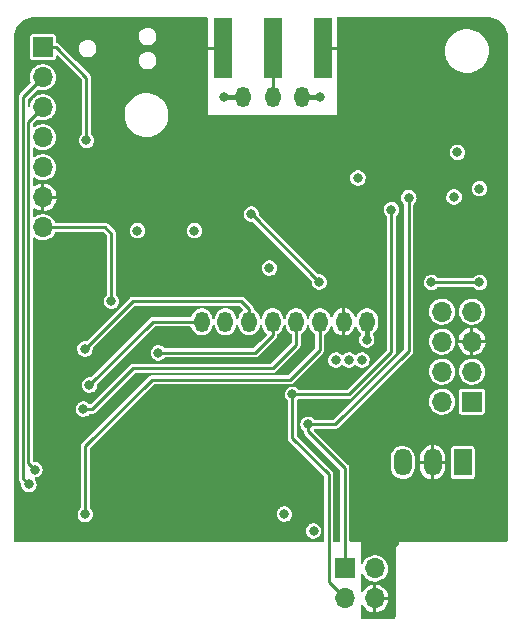
<source format=gbl>
G04 #@! TF.GenerationSoftware,KiCad,Pcbnew,(6.0.1-0)*
G04 #@! TF.CreationDate,2022-02-11T21:02:12+01:00*
G04 #@! TF.ProjectId,ithowifi_4l,6974686f-7769-4666-995f-346c2e6b6963,rev?*
G04 #@! TF.SameCoordinates,Original*
G04 #@! TF.FileFunction,Copper,L4,Bot*
G04 #@! TF.FilePolarity,Positive*
%FSLAX46Y46*%
G04 Gerber Fmt 4.6, Leading zero omitted, Abs format (unit mm)*
G04 Created by KiCad (PCBNEW (6.0.1-0)) date 2022-02-11 21:02:12*
%MOMM*%
%LPD*%
G01*
G04 APERTURE LIST*
G04 #@! TA.AperFunction,ComponentPad*
%ADD10R,1.500000X2.300000*%
G04 #@! TD*
G04 #@! TA.AperFunction,ComponentPad*
%ADD11O,1.500000X2.300000*%
G04 #@! TD*
G04 #@! TA.AperFunction,ComponentPad*
%ADD12R,1.700000X1.700000*%
G04 #@! TD*
G04 #@! TA.AperFunction,ComponentPad*
%ADD13O,1.700000X1.700000*%
G04 #@! TD*
G04 #@! TA.AperFunction,ComponentPad*
%ADD14C,1.500000*%
G04 #@! TD*
G04 #@! TA.AperFunction,SMDPad,CuDef*
%ADD15R,1.500000X5.080000*%
G04 #@! TD*
G04 #@! TA.AperFunction,SMDPad,CuDef*
%ADD16O,1.300000X1.750000*%
G04 #@! TD*
G04 #@! TA.AperFunction,ViaPad*
%ADD17C,0.800000*%
G04 #@! TD*
G04 #@! TA.AperFunction,Conductor*
%ADD18C,0.250000*%
G04 #@! TD*
G04 #@! TA.AperFunction,Conductor*
%ADD19C,0.406400*%
G04 #@! TD*
G04 #@! TA.AperFunction,Conductor*
%ADD20C,0.254000*%
G04 #@! TD*
G04 #@! TA.AperFunction,Conductor*
%ADD21C,0.293370*%
G04 #@! TD*
G04 APERTURE END LIST*
D10*
X121259600Y-142951200D03*
D11*
X118719600Y-142951200D03*
X116179600Y-142951200D03*
D12*
X85725000Y-107797600D03*
D13*
X85725000Y-110337600D03*
X85725000Y-112877600D03*
X85725000Y-115417600D03*
X85725000Y-117957600D03*
X85725000Y-120497600D03*
X85725000Y-123037600D03*
D12*
X111292000Y-151928000D03*
D13*
X113832000Y-151928000D03*
X111292000Y-154468000D03*
X113832000Y-154468000D03*
D14*
X105182180Y-109251460D03*
D12*
X122047000Y-137795000D03*
D13*
X119507000Y-137795000D03*
X122047000Y-135255000D03*
X119507000Y-135255000D03*
X122047000Y-132715000D03*
X119507000Y-132715000D03*
X122047000Y-130175000D03*
X119507000Y-130175000D03*
D15*
X105181400Y-107848400D03*
X100931400Y-107848400D03*
X109431400Y-107848400D03*
D16*
X113172000Y-131039000D03*
X111172000Y-131039000D03*
X109172000Y-131039000D03*
X107172000Y-131039000D03*
X105172000Y-131039000D03*
X103172000Y-131039000D03*
X101172000Y-131039000D03*
X99172000Y-131039000D03*
X102672000Y-112039000D03*
X105172000Y-112039000D03*
X107672000Y-112039000D03*
D17*
X109220000Y-112014000D03*
X99187000Y-107442000D03*
X99187000Y-105918000D03*
X101092000Y-112014000D03*
X99187000Y-110871000D03*
X99187000Y-112522000D03*
X99187000Y-109093000D03*
X111125000Y-110871000D03*
X111125000Y-114173000D03*
X111125000Y-112522000D03*
X105918000Y-114173000D03*
X109220000Y-114173000D03*
X102489000Y-114173000D03*
X104140000Y-114173000D03*
X100965000Y-114173000D03*
X107569000Y-114173000D03*
X99187000Y-114173000D03*
X102432000Y-138568000D03*
X112032000Y-139368000D03*
X111632000Y-124168000D03*
X112732000Y-124168000D03*
X110532000Y-124168000D03*
X86741000Y-128270000D03*
X111125000Y-105918000D03*
X111125000Y-107442000D03*
X111125000Y-109093000D03*
X101727000Y-132715000D03*
X96647000Y-139750800D03*
X106172000Y-148590000D03*
X89154000Y-148590000D03*
X96647000Y-142798800D03*
X98171000Y-142798800D03*
X95148400Y-142798800D03*
X96647000Y-141274800D03*
X95148400Y-141274800D03*
X95148400Y-139750800D03*
X98171000Y-139750800D03*
X98171000Y-141274800D03*
X122682000Y-127698500D03*
X118618000Y-127698500D03*
X106172000Y-147320000D03*
X111632000Y-134268000D03*
X112732000Y-134268000D03*
X110532000Y-134268000D03*
X122682000Y-119761000D03*
X108631500Y-148751000D03*
X112395000Y-118872000D03*
X98552000Y-123317000D03*
X93726000Y-123317000D03*
X104902000Y-126492000D03*
X113132002Y-132568000D03*
X120813090Y-116686900D03*
X120532000Y-120468000D03*
X89407998Y-115671600D03*
X89309400Y-147345400D03*
X95504000Y-133668000D03*
X89154000Y-138430000D03*
X89662000Y-136397998D03*
X89281000Y-133350000D03*
X85039200Y-143560804D03*
X84531209Y-144805391D03*
X106849400Y-137185400D03*
X115232000Y-121538998D03*
X108174600Y-139725400D03*
X116697000Y-120539000D03*
X103378008Y-121920000D03*
X109132000Y-127668006D03*
X91524600Y-129294600D03*
D18*
X109431400Y-107848400D02*
X109372400Y-107848400D01*
D19*
X101117000Y-112039000D02*
X101092000Y-112014000D01*
X110946800Y-131039000D02*
X110947200Y-131038600D01*
D18*
X109431400Y-107848400D02*
X110718600Y-107848400D01*
X100931400Y-107848400D02*
X99593400Y-107848400D01*
X110718600Y-107848400D02*
X111125000Y-107442000D01*
D19*
X107672000Y-112039000D02*
X109195000Y-112039000D01*
D18*
X99593400Y-107848400D02*
X99187000Y-107442000D01*
D19*
X102672000Y-112039000D02*
X101117000Y-112039000D01*
X109195000Y-112039000D02*
X109220000Y-112014000D01*
D20*
X122682000Y-127698500D02*
X118618000Y-127698500D01*
D19*
X113172000Y-132528002D02*
X113132002Y-132568000D01*
X113172000Y-131039000D02*
X113172000Y-132528002D01*
D20*
X86829000Y-107797600D02*
X89407998Y-110376598D01*
X89407998Y-110376598D02*
X89407998Y-115671600D01*
X85725000Y-107797600D02*
X86829000Y-107797600D01*
X109172000Y-131039000D02*
X109172000Y-133398000D01*
X94918000Y-135968000D02*
X89309400Y-141576600D01*
X106602000Y-135968000D02*
X94918000Y-135968000D01*
X109172000Y-133398000D02*
X106602000Y-135968000D01*
X89309400Y-141576600D02*
X89309400Y-147345400D01*
X105172000Y-132168000D02*
X103672000Y-133668000D01*
X105172000Y-131039000D02*
X105172000Y-132168000D01*
X103672000Y-133668000D02*
X95504000Y-133668000D01*
X107172000Y-131039000D02*
X107172000Y-132985000D01*
X93378000Y-134968000D02*
X89916000Y-138430000D01*
X107172000Y-132985000D02*
X105189000Y-134968000D01*
X105189000Y-134968000D02*
X93378000Y-134968000D01*
X89916000Y-138430000D02*
X89154000Y-138430000D01*
X99172000Y-131039000D02*
X95020998Y-131039000D01*
X95020998Y-131039000D02*
X89662000Y-136397998D01*
X99489000Y-131039000D02*
X99441000Y-131087000D01*
X103172000Y-131039000D02*
X103172000Y-129932500D01*
X102525500Y-129286000D02*
X93345000Y-129286000D01*
X103172000Y-129932500D02*
X102525500Y-129286000D01*
X93345000Y-129286000D02*
X89281000Y-133350000D01*
D18*
X84498611Y-114103989D02*
X84498611Y-143020215D01*
X84498611Y-143020215D02*
X85039200Y-143560804D01*
X85725000Y-112877600D02*
X84498611Y-114103989D01*
X85725000Y-110337600D02*
X84048600Y-112014000D01*
X84048600Y-144322782D02*
X84531209Y-144805391D01*
X84048600Y-112014000D02*
X84048600Y-144322782D01*
D20*
X109932000Y-153108000D02*
X109932000Y-143968000D01*
X106849400Y-137185400D02*
X111614600Y-137185400D01*
X111614600Y-137185400D02*
X115232000Y-133568000D01*
X109932000Y-143968000D02*
X106849400Y-140885400D01*
X106849400Y-140885400D02*
X106849400Y-137185400D01*
X115232000Y-133568000D02*
X115232000Y-121538998D01*
X111292000Y-154468000D02*
X109932000Y-153108000D01*
X111292000Y-143428000D02*
X108174600Y-140310600D01*
X108174600Y-140310600D02*
X108174600Y-139725400D01*
X116697000Y-133503000D02*
X110474600Y-139725400D01*
X116697000Y-120539000D02*
X116697000Y-133503000D01*
X110474600Y-139725400D02*
X108174600Y-139725400D01*
X111292000Y-151928000D02*
X111292000Y-143428000D01*
X109132000Y-127668006D02*
X103383994Y-121920000D01*
X103383994Y-121920000D02*
X103378008Y-121920000D01*
D18*
X91524600Y-123579600D02*
X91524600Y-129294600D01*
X90982600Y-123037600D02*
X91524600Y-123579600D01*
X85725000Y-123037600D02*
X90982600Y-123037600D01*
D21*
X105172000Y-107857800D02*
X105181400Y-107848400D01*
X105172000Y-112039000D02*
X105172000Y-107857800D01*
G04 #@! TA.AperFunction,Conductor*
G36*
X99653531Y-105241213D02*
G01*
X99690076Y-105291513D01*
X99695000Y-105322600D01*
X99695000Y-113538000D01*
X110617000Y-113538000D01*
X110617000Y-108162186D01*
X119771018Y-108162186D01*
X119771364Y-108165812D01*
X119771364Y-108165815D01*
X119793590Y-108398774D01*
X119796579Y-108430100D01*
X119797443Y-108433631D01*
X119797444Y-108433637D01*
X119850253Y-108649449D01*
X119860547Y-108691518D01*
X119861914Y-108694893D01*
X119960217Y-108937592D01*
X119960220Y-108937599D01*
X119961583Y-108940963D01*
X119963421Y-108944103D01*
X119963423Y-108944106D01*
X119975063Y-108963986D01*
X120097569Y-109173210D01*
X120179577Y-109275756D01*
X120212761Y-109317250D01*
X120265658Y-109383395D01*
X120268320Y-109385881D01*
X120268323Y-109385885D01*
X120345080Y-109457587D01*
X120462327Y-109567113D01*
X120465317Y-109569187D01*
X120465318Y-109569188D01*
X120680461Y-109718438D01*
X120680465Y-109718440D01*
X120683457Y-109720516D01*
X120686719Y-109722139D01*
X120686721Y-109722140D01*
X120717693Y-109737548D01*
X120924416Y-109840391D01*
X120927874Y-109841525D01*
X120927875Y-109841525D01*
X121176693Y-109923092D01*
X121176696Y-109923093D01*
X121180156Y-109924227D01*
X121183750Y-109924851D01*
X121442299Y-109969743D01*
X121442305Y-109969744D01*
X121445319Y-109970267D01*
X121481922Y-109972089D01*
X121529116Y-109974439D01*
X121529129Y-109974439D01*
X121530348Y-109974500D01*
X121698374Y-109974500D01*
X121700188Y-109974368D01*
X121700199Y-109974368D01*
X121894788Y-109960249D01*
X121894790Y-109960249D01*
X121898425Y-109959985D01*
X121901983Y-109959199D01*
X121901986Y-109959199D01*
X122157667Y-109902749D01*
X122157670Y-109902748D01*
X122161226Y-109901963D01*
X122328025Y-109838769D01*
X122409501Y-109807901D01*
X122409504Y-109807900D01*
X122412900Y-109806613D01*
X122492933Y-109762159D01*
X122644989Y-109677699D01*
X122648172Y-109675931D01*
X122755008Y-109594396D01*
X122859210Y-109514872D01*
X122859212Y-109514870D01*
X122862116Y-109512654D01*
X122997809Y-109373847D01*
X123047696Y-109322815D01*
X123047699Y-109322812D01*
X123050249Y-109320203D01*
X123052395Y-109317255D01*
X123052399Y-109317250D01*
X123184383Y-109135922D01*
X123208630Y-109102610D01*
X123333941Y-108864433D01*
X123348627Y-108822847D01*
X123422345Y-108614095D01*
X123422346Y-108614091D01*
X123423557Y-108610662D01*
X123475601Y-108346611D01*
X123488982Y-108077814D01*
X123485439Y-108040673D01*
X123463767Y-107813525D01*
X123463767Y-107813523D01*
X123463421Y-107809900D01*
X123453100Y-107767718D01*
X123400319Y-107552021D01*
X123399453Y-107548482D01*
X123394922Y-107537296D01*
X123299783Y-107302408D01*
X123299780Y-107302401D01*
X123298417Y-107299037D01*
X123277980Y-107264132D01*
X123212490Y-107152285D01*
X123162431Y-107066790D01*
X123050018Y-106926224D01*
X122996619Y-106859452D01*
X122996618Y-106859450D01*
X122994342Y-106856605D01*
X122991680Y-106854119D01*
X122991677Y-106854115D01*
X122855271Y-106726692D01*
X122797673Y-106672887D01*
X122789011Y-106666878D01*
X122579539Y-106521562D01*
X122579535Y-106521560D01*
X122576543Y-106519484D01*
X122571056Y-106516754D01*
X122475773Y-106469352D01*
X122335584Y-106399609D01*
X122332125Y-106398475D01*
X122083307Y-106316908D01*
X122083304Y-106316907D01*
X122079844Y-106315773D01*
X122006596Y-106303055D01*
X121817701Y-106270257D01*
X121817695Y-106270256D01*
X121814681Y-106269733D01*
X121778078Y-106267911D01*
X121730884Y-106265561D01*
X121730871Y-106265561D01*
X121729652Y-106265500D01*
X121561626Y-106265500D01*
X121559812Y-106265632D01*
X121559801Y-106265632D01*
X121365212Y-106279751D01*
X121365210Y-106279751D01*
X121361575Y-106280015D01*
X121358017Y-106280801D01*
X121358014Y-106280801D01*
X121102333Y-106337251D01*
X121102330Y-106337252D01*
X121098774Y-106338037D01*
X121095369Y-106339327D01*
X120850499Y-106432099D01*
X120850496Y-106432100D01*
X120847100Y-106433387D01*
X120843924Y-106435151D01*
X120843922Y-106435152D01*
X120715169Y-106506668D01*
X120611828Y-106564069D01*
X120608930Y-106566280D01*
X120608931Y-106566280D01*
X120416196Y-106713371D01*
X120397884Y-106727346D01*
X120209751Y-106919797D01*
X120207605Y-106922745D01*
X120207601Y-106922750D01*
X120163529Y-106983299D01*
X120051370Y-107137390D01*
X120049671Y-107140620D01*
X120049670Y-107140621D01*
X120036283Y-107166066D01*
X119926059Y-107375567D01*
X119924846Y-107379001D01*
X119924845Y-107379004D01*
X119840425Y-107618063D01*
X119836443Y-107629338D01*
X119784399Y-107893389D01*
X119771018Y-108162186D01*
X110617000Y-108162186D01*
X110617000Y-105322600D01*
X110636213Y-105263469D01*
X110686513Y-105226924D01*
X110717600Y-105222000D01*
X123297076Y-105222000D01*
X123316701Y-105223933D01*
X123332000Y-105226976D01*
X123341718Y-105225043D01*
X123351626Y-105225043D01*
X123351626Y-105225051D01*
X123363913Y-105224283D01*
X123573308Y-105239259D01*
X123587515Y-105241302D01*
X123816876Y-105291196D01*
X123830648Y-105295240D01*
X124050574Y-105377268D01*
X124063627Y-105383229D01*
X124269655Y-105495729D01*
X124281717Y-105503482D01*
X124469623Y-105644146D01*
X124480471Y-105653545D01*
X124646455Y-105819529D01*
X124655854Y-105830377D01*
X124796516Y-106018279D01*
X124804271Y-106030345D01*
X124904340Y-106213606D01*
X124916770Y-106236370D01*
X124922732Y-106249426D01*
X125004760Y-106469352D01*
X125008804Y-106483124D01*
X125058698Y-106712485D01*
X125060741Y-106726692D01*
X125075717Y-106936087D01*
X125074949Y-106948374D01*
X125074957Y-106948374D01*
X125074957Y-106958282D01*
X125073024Y-106968000D01*
X125074957Y-106977718D01*
X125076067Y-106983299D01*
X125078000Y-107002924D01*
X125078000Y-149433075D01*
X125076067Y-149452701D01*
X125073024Y-149467999D01*
X125074957Y-149477718D01*
X125074957Y-149479291D01*
X125073718Y-149495029D01*
X125068451Y-149528283D01*
X125058725Y-149558216D01*
X125038252Y-149598397D01*
X125019752Y-149623861D01*
X125005078Y-149638535D01*
X124949680Y-149666761D01*
X124933943Y-149668000D01*
X115832000Y-149668000D01*
X115832000Y-149855540D01*
X115812787Y-149914671D01*
X115802532Y-149926678D01*
X115800086Y-149929124D01*
X115796262Y-149932262D01*
X115702039Y-150047073D01*
X115632025Y-150178061D01*
X115588910Y-150320190D01*
X115588426Y-150325106D01*
X115588425Y-150325110D01*
X115576139Y-150449862D01*
X115574958Y-150457823D01*
X115574958Y-150458278D01*
X115573024Y-150467999D01*
X115574957Y-150477717D01*
X115574957Y-150477719D01*
X115576067Y-150483298D01*
X115578000Y-150502923D01*
X115578000Y-155933075D01*
X115576067Y-155952701D01*
X115573024Y-155967999D01*
X115574957Y-155977718D01*
X115574957Y-155979291D01*
X115573718Y-155995029D01*
X115568451Y-156028283D01*
X115558725Y-156058216D01*
X115538252Y-156098397D01*
X115519752Y-156123861D01*
X115487861Y-156155752D01*
X115462397Y-156174252D01*
X115422216Y-156194725D01*
X115392283Y-156204451D01*
X115359029Y-156209718D01*
X115343291Y-156210957D01*
X115341718Y-156210957D01*
X115331999Y-156209024D01*
X115322281Y-156210957D01*
X115316701Y-156212067D01*
X115297075Y-156214000D01*
X112732600Y-156214000D01*
X112673469Y-156194787D01*
X112636924Y-156144487D01*
X112632000Y-156113400D01*
X112632000Y-155082028D01*
X112651213Y-155022897D01*
X112701513Y-154986352D01*
X112763687Y-154986352D01*
X112813987Y-155022897D01*
X112823959Y-155039911D01*
X112825700Y-155043687D01*
X112830289Y-155051635D01*
X112947456Y-155217424D01*
X112953428Y-155224416D01*
X113098846Y-155366077D01*
X113105982Y-155371855D01*
X113274782Y-155484644D01*
X113282857Y-155489027D01*
X113469379Y-155569164D01*
X113478118Y-155572003D01*
X113676123Y-155616807D01*
X113685233Y-155618006D01*
X113689079Y-155618157D01*
X113702124Y-155614478D01*
X113704779Y-155611110D01*
X113705000Y-155609873D01*
X113705000Y-155600611D01*
X113959000Y-155600611D01*
X113963188Y-155613501D01*
X113964378Y-155614365D01*
X113970453Y-155614883D01*
X114098176Y-155596364D01*
X114107103Y-155594221D01*
X114299349Y-155528963D01*
X114307733Y-155525230D01*
X114484865Y-155426031D01*
X114492433Y-155420830D01*
X114648518Y-155291015D01*
X114655015Y-155284518D01*
X114784830Y-155128433D01*
X114790031Y-155120865D01*
X114889230Y-154943733D01*
X114892963Y-154935349D01*
X114958221Y-154743103D01*
X114960364Y-154734176D01*
X114978258Y-154610768D01*
X114975963Y-154597411D01*
X114974909Y-154596385D01*
X114968969Y-154595000D01*
X113974933Y-154595000D01*
X113962043Y-154599188D01*
X113959000Y-154603377D01*
X113959000Y-155600611D01*
X113705000Y-155600611D01*
X113705000Y-154325067D01*
X113959000Y-154325067D01*
X113963188Y-154337957D01*
X113967377Y-154341000D01*
X114964144Y-154341000D01*
X114977034Y-154336812D01*
X114978729Y-154334479D01*
X114979140Y-154330801D01*
X114972749Y-154261241D01*
X114971076Y-154252219D01*
X114915968Y-154056821D01*
X114912677Y-154048247D01*
X114822886Y-153866168D01*
X114818091Y-153858343D01*
X114696618Y-153695672D01*
X114690473Y-153688847D01*
X114541397Y-153551043D01*
X114534108Y-153545449D01*
X114362415Y-153437120D01*
X114354228Y-153432948D01*
X114165668Y-153357720D01*
X114156867Y-153355113D01*
X113974628Y-153318863D01*
X113961168Y-153320456D01*
X113961134Y-153320487D01*
X113959000Y-153328665D01*
X113959000Y-154325067D01*
X113705000Y-154325067D01*
X113705000Y-153333948D01*
X113700812Y-153321058D01*
X113700197Y-153320611D01*
X113692937Y-153320088D01*
X113536380Y-153346989D01*
X113527508Y-153349366D01*
X113337047Y-153419631D01*
X113328748Y-153423590D01*
X113154282Y-153527386D01*
X113146850Y-153532786D01*
X112994216Y-153666642D01*
X112987895Y-153673303D01*
X112862208Y-153832737D01*
X112857208Y-153840436D01*
X112821630Y-153908058D01*
X112777094Y-153951443D01*
X112715563Y-153960364D01*
X112660540Y-153931415D01*
X112633041Y-153875652D01*
X112632000Y-153861217D01*
X112632000Y-152421875D01*
X112651213Y-152362744D01*
X112701513Y-152326199D01*
X112763687Y-152326199D01*
X112813987Y-152362744D01*
X112823958Y-152379757D01*
X112871377Y-152482616D01*
X112988533Y-152648389D01*
X113133938Y-152790035D01*
X113137774Y-152792598D01*
X113137775Y-152792599D01*
X113207517Y-152839199D01*
X113302720Y-152902812D01*
X113306956Y-152904632D01*
X113306958Y-152904633D01*
X113439283Y-152961484D01*
X113489228Y-152982942D01*
X113587161Y-153005102D01*
X113682716Y-153026724D01*
X113682719Y-153026724D01*
X113687216Y-153027742D01*
X113788635Y-153031727D01*
X113885444Y-153035531D01*
X113885445Y-153035531D01*
X113890053Y-153035712D01*
X113894610Y-153035051D01*
X113894615Y-153035051D01*
X113990499Y-153021148D01*
X114090945Y-153006584D01*
X114283165Y-152941334D01*
X114460276Y-152842147D01*
X114507265Y-152803067D01*
X114612798Y-152715295D01*
X114616345Y-152712345D01*
X114627737Y-152698648D01*
X114743199Y-152559821D01*
X114743201Y-152559818D01*
X114746147Y-152556276D01*
X114845334Y-152379165D01*
X114910584Y-152186945D01*
X114939712Y-151986053D01*
X114941232Y-151928000D01*
X114922658Y-151725859D01*
X114867557Y-151530487D01*
X114777776Y-151348428D01*
X114656320Y-151185779D01*
X114507258Y-151047987D01*
X114503362Y-151045529D01*
X114503357Y-151045525D01*
X114397443Y-150978699D01*
X114335581Y-150939667D01*
X114147039Y-150864446D01*
X113947946Y-150824844D01*
X113845351Y-150823501D01*
X113749585Y-150822247D01*
X113749581Y-150822247D01*
X113744971Y-150822187D01*
X113544910Y-150856564D01*
X113540588Y-150858158D01*
X113540586Y-150858159D01*
X113358791Y-150925227D01*
X113358788Y-150925228D01*
X113354463Y-150926824D01*
X113180010Y-151030612D01*
X113176544Y-151033651D01*
X113176542Y-151033653D01*
X113030859Y-151161414D01*
X113030856Y-151161417D01*
X113027392Y-151164455D01*
X112901720Y-151323869D01*
X112899574Y-151327948D01*
X112821630Y-151476094D01*
X112777094Y-151519479D01*
X112715563Y-151528400D01*
X112660540Y-151499451D01*
X112633041Y-151443688D01*
X112632000Y-151429253D01*
X112632000Y-149668000D01*
X111774100Y-149668000D01*
X111714969Y-149648787D01*
X111678424Y-149598487D01*
X111673500Y-149567400D01*
X111673500Y-143479433D01*
X111675754Y-143458259D01*
X111676596Y-143454350D01*
X111676596Y-143454342D01*
X111678345Y-143446220D01*
X111674197Y-143411173D01*
X111673728Y-143403209D01*
X111673644Y-143402197D01*
X115175100Y-143402197D01*
X115175357Y-143404726D01*
X115175357Y-143404728D01*
X115175456Y-143405700D01*
X115190542Y-143554224D01*
X115251567Y-143748955D01*
X115254033Y-143753404D01*
X115254034Y-143753406D01*
X115307159Y-143849245D01*
X115350502Y-143927438D01*
X115483305Y-144082382D01*
X115487335Y-144085508D01*
X115623054Y-144190782D01*
X115644551Y-144207457D01*
X115827654Y-144297555D01*
X116025133Y-144348994D01*
X116030218Y-144349261D01*
X116030221Y-144349261D01*
X116134669Y-144354735D01*
X116228923Y-144359675D01*
X116430697Y-144329159D01*
X116435482Y-144327399D01*
X116435484Y-144327398D01*
X116617432Y-144260454D01*
X116617434Y-144260453D01*
X116622215Y-144258694D01*
X116626543Y-144256010D01*
X116626546Y-144256009D01*
X116791318Y-144153846D01*
X116791321Y-144153844D01*
X116795651Y-144151159D01*
X116943923Y-144010946D01*
X116989612Y-143945695D01*
X117058053Y-143847951D01*
X117058054Y-143847950D01*
X117060972Y-143843782D01*
X117142018Y-143656497D01*
X117179008Y-143479433D01*
X117182959Y-143460523D01*
X117182959Y-143460519D01*
X117183749Y-143456740D01*
X117184100Y-143450042D01*
X117184100Y-143400795D01*
X117664800Y-143400795D01*
X117665040Y-143405700D01*
X117679402Y-143552171D01*
X117681305Y-143561785D01*
X117738246Y-143750383D01*
X117741981Y-143759444D01*
X117834476Y-143933403D01*
X117839892Y-143941554D01*
X117964412Y-144094230D01*
X117971313Y-144101180D01*
X118123121Y-144226767D01*
X118131233Y-144232238D01*
X118304542Y-144325945D01*
X118313573Y-144329742D01*
X118501780Y-144388002D01*
X118511367Y-144389970D01*
X118576753Y-144396842D01*
X118590012Y-144394024D01*
X118591705Y-144392144D01*
X118592600Y-144387934D01*
X118592600Y-144382914D01*
X118846600Y-144382914D01*
X118850788Y-144395804D01*
X118853141Y-144397513D01*
X118856777Y-144397921D01*
X118913307Y-144392776D01*
X118922926Y-144390941D01*
X119111928Y-144335315D01*
X119121005Y-144331648D01*
X119295599Y-144240372D01*
X119303805Y-144235002D01*
X119457339Y-144111557D01*
X119464338Y-144104704D01*
X119590978Y-143953780D01*
X119596513Y-143945695D01*
X119691425Y-143773051D01*
X119695281Y-143764056D01*
X119754855Y-143576256D01*
X119756892Y-143566675D01*
X119774087Y-143413375D01*
X119774400Y-143407776D01*
X119774400Y-143094133D01*
X119770212Y-143081243D01*
X119766023Y-143078200D01*
X118862533Y-143078200D01*
X118849643Y-143082388D01*
X118846600Y-143086577D01*
X118846600Y-144382914D01*
X118592600Y-144382914D01*
X118592600Y-143094133D01*
X118588412Y-143081243D01*
X118584223Y-143078200D01*
X117680733Y-143078200D01*
X117667843Y-143082388D01*
X117664800Y-143086577D01*
X117664800Y-143400795D01*
X117184100Y-143400795D01*
X117184100Y-142808267D01*
X117664800Y-142808267D01*
X117668988Y-142821157D01*
X117673177Y-142824200D01*
X118576667Y-142824200D01*
X118589557Y-142820012D01*
X118592600Y-142815823D01*
X118592600Y-142808267D01*
X118846600Y-142808267D01*
X118850788Y-142821157D01*
X118854977Y-142824200D01*
X119758467Y-142824200D01*
X119771357Y-142820012D01*
X119774400Y-142815823D01*
X119774400Y-142501605D01*
X119774160Y-142496700D01*
X119759798Y-142350229D01*
X119757895Y-142340615D01*
X119700954Y-142152017D01*
X119697219Y-142142956D01*
X119604724Y-141968997D01*
X119599308Y-141960846D01*
X119474788Y-141808170D01*
X119467887Y-141801220D01*
X119437562Y-141776133D01*
X120255100Y-141776133D01*
X120255101Y-144126266D01*
X120260587Y-144153846D01*
X120267753Y-144189875D01*
X120269866Y-144200501D01*
X120275369Y-144208736D01*
X120275369Y-144208737D01*
X120317351Y-144271566D01*
X120326116Y-144284684D01*
X120334353Y-144290188D01*
X120342011Y-144295305D01*
X120410299Y-144340934D01*
X120450820Y-144348994D01*
X120479681Y-144354735D01*
X120479682Y-144354735D01*
X120484533Y-144355700D01*
X120489480Y-144355700D01*
X121260305Y-144355699D01*
X122034666Y-144355699D01*
X122086543Y-144345381D01*
X122099184Y-144342867D01*
X122099186Y-144342866D01*
X122108901Y-144340934D01*
X122117311Y-144335315D01*
X122184847Y-144290188D01*
X122193084Y-144284684D01*
X122249334Y-144200501D01*
X122264100Y-144126267D01*
X122264099Y-141776134D01*
X122257042Y-141740652D01*
X122251267Y-141711616D01*
X122251266Y-141711614D01*
X122249334Y-141701899D01*
X122243830Y-141693661D01*
X122198588Y-141625953D01*
X122193084Y-141617716D01*
X122108901Y-141561466D01*
X122060361Y-141551811D01*
X122039519Y-141547665D01*
X122039518Y-141547665D01*
X122034667Y-141546700D01*
X122029720Y-141546700D01*
X121258895Y-141546701D01*
X120484534Y-141546701D01*
X120452165Y-141553139D01*
X120420016Y-141559533D01*
X120420014Y-141559534D01*
X120410299Y-141561466D01*
X120402064Y-141566969D01*
X120402063Y-141566969D01*
X120342011Y-141607095D01*
X120326116Y-141617716D01*
X120269866Y-141701899D01*
X120255100Y-141776133D01*
X119437562Y-141776133D01*
X119316079Y-141675633D01*
X119307967Y-141670162D01*
X119134658Y-141576455D01*
X119125627Y-141572658D01*
X118937420Y-141514398D01*
X118927833Y-141512430D01*
X118862447Y-141505558D01*
X118849188Y-141508376D01*
X118847495Y-141510256D01*
X118846600Y-141514466D01*
X118846600Y-142808267D01*
X118592600Y-142808267D01*
X118592600Y-141519486D01*
X118588412Y-141506596D01*
X118586059Y-141504887D01*
X118582423Y-141504479D01*
X118525893Y-141509624D01*
X118516274Y-141511459D01*
X118327272Y-141567085D01*
X118318195Y-141570752D01*
X118143601Y-141662028D01*
X118135395Y-141667398D01*
X117981861Y-141790843D01*
X117974862Y-141797696D01*
X117848222Y-141948620D01*
X117842687Y-141956705D01*
X117747775Y-142129349D01*
X117743919Y-142138344D01*
X117684345Y-142326144D01*
X117682308Y-142335725D01*
X117665113Y-142489025D01*
X117664800Y-142494624D01*
X117664800Y-142808267D01*
X117184100Y-142808267D01*
X117184100Y-142500203D01*
X117168658Y-142348176D01*
X117107633Y-142153445D01*
X117099263Y-142138344D01*
X117011169Y-141979420D01*
X117008698Y-141974962D01*
X116875895Y-141820018D01*
X116765803Y-141734622D01*
X116718678Y-141698068D01*
X116718677Y-141698067D01*
X116714649Y-141694943D01*
X116531546Y-141604845D01*
X116334067Y-141553406D01*
X116328982Y-141553139D01*
X116328979Y-141553139D01*
X116213814Y-141547103D01*
X116130277Y-141542725D01*
X115928503Y-141573241D01*
X115923718Y-141575001D01*
X115923716Y-141575002D01*
X115741768Y-141641946D01*
X115741766Y-141641947D01*
X115736985Y-141643706D01*
X115732657Y-141646390D01*
X115732654Y-141646391D01*
X115567882Y-141748554D01*
X115567879Y-141748556D01*
X115563549Y-141751241D01*
X115415277Y-141891454D01*
X115298228Y-142058618D01*
X115217182Y-142245903D01*
X115175451Y-142445660D01*
X115175100Y-142452358D01*
X115175100Y-143402197D01*
X111673644Y-143402197D01*
X111673500Y-143400451D01*
X111673500Y-143396308D01*
X111672820Y-143392220D01*
X111672819Y-143392213D01*
X111670213Y-143376555D01*
X111669545Y-143371865D01*
X111664394Y-143328349D01*
X111663417Y-143320092D01*
X111660053Y-143313086D01*
X111659198Y-143310385D01*
X111657922Y-143302717D01*
X111653975Y-143295402D01*
X111653974Y-143295399D01*
X111633169Y-143256842D01*
X111631016Y-143252618D01*
X111608440Y-143205602D01*
X111604830Y-143201308D01*
X111603285Y-143199763D01*
X111602464Y-143198868D01*
X111600867Y-143196976D01*
X111597612Y-143190943D01*
X111591506Y-143185299D01*
X111591504Y-143185296D01*
X111557448Y-143153816D01*
X111554600Y-143151078D01*
X108684924Y-140281401D01*
X108656698Y-140226003D01*
X108666424Y-140164595D01*
X108674355Y-140151573D01*
X108676342Y-140148807D01*
X108726445Y-140111992D01*
X108758046Y-140106900D01*
X110423167Y-140106900D01*
X110444339Y-140109153D01*
X110448254Y-140109996D01*
X110448256Y-140109996D01*
X110456380Y-140111745D01*
X110491428Y-140107597D01*
X110499388Y-140107128D01*
X110502147Y-140106900D01*
X110506292Y-140106900D01*
X110510380Y-140106220D01*
X110510387Y-140106219D01*
X110526033Y-140103615D01*
X110530724Y-140102947D01*
X110574254Y-140097795D01*
X110574255Y-140097795D01*
X110582507Y-140096818D01*
X110589516Y-140093452D01*
X110592217Y-140092598D01*
X110599883Y-140091322D01*
X110645781Y-140066556D01*
X110649970Y-140064422D01*
X110664150Y-140057613D01*
X110691293Y-140044580D01*
X110691296Y-140044578D01*
X110696998Y-140041840D01*
X110701292Y-140038230D01*
X110702837Y-140036685D01*
X110703732Y-140035864D01*
X110705624Y-140034267D01*
X110711657Y-140031012D01*
X110748785Y-139990847D01*
X110751523Y-139987999D01*
X112973558Y-137765964D01*
X118398148Y-137765964D01*
X118411424Y-137968522D01*
X118412557Y-137972983D01*
X118434228Y-138058310D01*
X118461392Y-138165269D01*
X118546377Y-138349616D01*
X118663533Y-138515389D01*
X118808938Y-138657035D01*
X118812774Y-138659598D01*
X118812775Y-138659599D01*
X118864249Y-138693993D01*
X118977720Y-138769812D01*
X118981956Y-138771632D01*
X118981958Y-138771633D01*
X119159989Y-138848121D01*
X119164228Y-138849942D01*
X119212236Y-138860805D01*
X119357716Y-138893724D01*
X119357719Y-138893724D01*
X119362216Y-138894742D01*
X119458748Y-138898535D01*
X119560444Y-138902531D01*
X119560445Y-138902531D01*
X119565053Y-138902712D01*
X119569610Y-138902051D01*
X119569615Y-138902051D01*
X119675713Y-138886667D01*
X119765945Y-138873584D01*
X119958165Y-138808334D01*
X120135276Y-138709147D01*
X120151748Y-138695448D01*
X120287798Y-138582295D01*
X120291345Y-138579345D01*
X120302737Y-138565648D01*
X120418199Y-138426821D01*
X120418201Y-138426818D01*
X120421147Y-138423276D01*
X120520334Y-138246165D01*
X120585584Y-138053945D01*
X120614712Y-137853053D01*
X120616232Y-137795000D01*
X120609371Y-137720335D01*
X120598080Y-137597447D01*
X120598079Y-137597442D01*
X120597658Y-137592859D01*
X120542557Y-137397487D01*
X120452776Y-137215428D01*
X120331320Y-137052779D01*
X120192960Y-136924880D01*
X120942500Y-136924880D01*
X120942501Y-137795797D01*
X120942501Y-138670066D01*
X120946983Y-138692600D01*
X120953153Y-138723620D01*
X120957266Y-138744301D01*
X120962769Y-138752536D01*
X120962769Y-138752537D01*
X121002320Y-138811728D01*
X121013516Y-138828484D01*
X121097699Y-138884734D01*
X121142895Y-138893724D01*
X121167081Y-138898535D01*
X121167082Y-138898535D01*
X121171933Y-138899500D01*
X121176880Y-138899500D01*
X122047796Y-138899499D01*
X122922066Y-138899499D01*
X122957548Y-138892442D01*
X122986584Y-138886667D01*
X122986586Y-138886666D01*
X122996301Y-138884734D01*
X123016347Y-138871340D01*
X123072247Y-138833988D01*
X123080484Y-138828484D01*
X123091833Y-138811500D01*
X123102159Y-138796045D01*
X123136734Y-138744301D01*
X123151500Y-138670067D01*
X123151500Y-137795000D01*
X123151499Y-136924872D01*
X123151499Y-136919934D01*
X123142332Y-136873844D01*
X123138667Y-136855416D01*
X123138666Y-136855414D01*
X123136734Y-136845699D01*
X123131230Y-136837461D01*
X123085988Y-136769753D01*
X123080484Y-136761516D01*
X122996301Y-136705266D01*
X122947761Y-136695611D01*
X122926919Y-136691465D01*
X122926918Y-136691465D01*
X122922067Y-136690500D01*
X122917120Y-136690500D01*
X122046204Y-136690501D01*
X121171934Y-136690501D01*
X121137665Y-136697317D01*
X121107416Y-136703333D01*
X121107414Y-136703334D01*
X121097699Y-136705266D01*
X121089464Y-136710769D01*
X121089463Y-136710769D01*
X121024185Y-136754387D01*
X121013516Y-136761516D01*
X120957266Y-136845699D01*
X120955333Y-136855418D01*
X120943974Y-136912525D01*
X120942500Y-136919933D01*
X120942500Y-136924880D01*
X120192960Y-136924880D01*
X120182258Y-136914987D01*
X120178362Y-136912529D01*
X120178357Y-136912525D01*
X120087847Y-136855418D01*
X120010581Y-136806667D01*
X120003646Y-136803900D01*
X119867021Y-136749392D01*
X119822039Y-136731446D01*
X119622946Y-136691844D01*
X119520351Y-136690501D01*
X119424585Y-136689247D01*
X119424581Y-136689247D01*
X119419971Y-136689187D01*
X119219910Y-136723564D01*
X119215588Y-136725158D01*
X119215586Y-136725159D01*
X119033791Y-136792227D01*
X119033788Y-136792228D01*
X119029463Y-136793824D01*
X118855010Y-136897612D01*
X118851544Y-136900651D01*
X118851542Y-136900653D01*
X118705859Y-137028414D01*
X118705856Y-137028417D01*
X118702392Y-137031455D01*
X118699539Y-137035074D01*
X118699538Y-137035075D01*
X118686822Y-137051205D01*
X118576720Y-137190869D01*
X118482203Y-137370515D01*
X118480836Y-137374918D01*
X118441426Y-137501840D01*
X118422007Y-137564378D01*
X118398148Y-137765964D01*
X112973558Y-137765964D01*
X115513559Y-135225964D01*
X118398148Y-135225964D01*
X118411424Y-135428522D01*
X118412557Y-135432983D01*
X118450974Y-135584247D01*
X118461392Y-135625269D01*
X118546377Y-135809616D01*
X118663533Y-135975389D01*
X118808938Y-136117035D01*
X118977720Y-136229812D01*
X118981956Y-136231632D01*
X118981958Y-136231633D01*
X119159989Y-136308121D01*
X119164228Y-136309942D01*
X119252753Y-136329973D01*
X119357716Y-136353724D01*
X119357719Y-136353724D01*
X119362216Y-136354742D01*
X119463635Y-136358727D01*
X119560444Y-136362531D01*
X119560445Y-136362531D01*
X119565053Y-136362712D01*
X119569610Y-136362051D01*
X119569615Y-136362051D01*
X119665499Y-136348148D01*
X119765945Y-136333584D01*
X119958165Y-136268334D01*
X120135276Y-136169147D01*
X120197934Y-136117035D01*
X120287798Y-136042295D01*
X120291345Y-136039345D01*
X120302737Y-136025648D01*
X120418199Y-135886821D01*
X120418201Y-135886818D01*
X120421147Y-135883276D01*
X120520334Y-135706165D01*
X120585584Y-135513945D01*
X120614712Y-135313053D01*
X120614844Y-135308042D01*
X120616155Y-135257956D01*
X120616155Y-135257949D01*
X120616232Y-135255000D01*
X120613564Y-135225964D01*
X120938148Y-135225964D01*
X120951424Y-135428522D01*
X120952557Y-135432983D01*
X120990974Y-135584247D01*
X121001392Y-135625269D01*
X121086377Y-135809616D01*
X121203533Y-135975389D01*
X121348938Y-136117035D01*
X121517720Y-136229812D01*
X121521956Y-136231632D01*
X121521958Y-136231633D01*
X121699989Y-136308121D01*
X121704228Y-136309942D01*
X121792753Y-136329973D01*
X121897716Y-136353724D01*
X121897719Y-136353724D01*
X121902216Y-136354742D01*
X122003635Y-136358727D01*
X122100444Y-136362531D01*
X122100445Y-136362531D01*
X122105053Y-136362712D01*
X122109610Y-136362051D01*
X122109615Y-136362051D01*
X122205499Y-136348148D01*
X122305945Y-136333584D01*
X122498165Y-136268334D01*
X122675276Y-136169147D01*
X122737934Y-136117035D01*
X122827798Y-136042295D01*
X122831345Y-136039345D01*
X122842737Y-136025648D01*
X122958199Y-135886821D01*
X122958201Y-135886818D01*
X122961147Y-135883276D01*
X123060334Y-135706165D01*
X123125584Y-135513945D01*
X123154712Y-135313053D01*
X123154844Y-135308042D01*
X123156155Y-135257956D01*
X123156155Y-135257949D01*
X123156232Y-135255000D01*
X123137658Y-135052859D01*
X123082557Y-134857487D01*
X122992776Y-134675428D01*
X122871320Y-134512779D01*
X122722258Y-134374987D01*
X122718362Y-134372529D01*
X122718357Y-134372525D01*
X122580594Y-134285604D01*
X122550581Y-134266667D01*
X122362039Y-134191446D01*
X122162946Y-134151844D01*
X122061459Y-134150516D01*
X121964585Y-134149247D01*
X121964581Y-134149247D01*
X121959971Y-134149187D01*
X121759910Y-134183564D01*
X121755588Y-134185158D01*
X121755586Y-134185159D01*
X121573791Y-134252227D01*
X121573788Y-134252228D01*
X121569463Y-134253824D01*
X121565497Y-134256184D01*
X121565496Y-134256184D01*
X121545635Y-134268000D01*
X121395010Y-134357612D01*
X121391544Y-134360651D01*
X121391542Y-134360653D01*
X121245859Y-134488414D01*
X121245856Y-134488417D01*
X121242392Y-134491455D01*
X121116720Y-134650869D01*
X121022203Y-134830515D01*
X120962007Y-135024378D01*
X120938148Y-135225964D01*
X120613564Y-135225964D01*
X120597658Y-135052859D01*
X120542557Y-134857487D01*
X120452776Y-134675428D01*
X120331320Y-134512779D01*
X120182258Y-134374987D01*
X120178362Y-134372529D01*
X120178357Y-134372525D01*
X120040594Y-134285604D01*
X120010581Y-134266667D01*
X119822039Y-134191446D01*
X119622946Y-134151844D01*
X119521459Y-134150516D01*
X119424585Y-134149247D01*
X119424581Y-134149247D01*
X119419971Y-134149187D01*
X119219910Y-134183564D01*
X119215588Y-134185158D01*
X119215586Y-134185159D01*
X119033791Y-134252227D01*
X119033788Y-134252228D01*
X119029463Y-134253824D01*
X119025497Y-134256184D01*
X119025496Y-134256184D01*
X119005635Y-134268000D01*
X118855010Y-134357612D01*
X118851544Y-134360651D01*
X118851542Y-134360653D01*
X118705859Y-134488414D01*
X118705856Y-134488417D01*
X118702392Y-134491455D01*
X118576720Y-134650869D01*
X118482203Y-134830515D01*
X118422007Y-135024378D01*
X118398148Y-135225964D01*
X115513559Y-135225964D01*
X116930395Y-133809128D01*
X116946959Y-133795751D01*
X116957304Y-133789071D01*
X116963821Y-133780805D01*
X116979153Y-133761356D01*
X116984449Y-133755396D01*
X116986236Y-133753287D01*
X116989171Y-133750352D01*
X117000834Y-133734032D01*
X117003627Y-133730312D01*
X117035934Y-133689330D01*
X117038509Y-133681997D01*
X117039818Y-133679478D01*
X117044334Y-133673158D01*
X117058096Y-133627139D01*
X117059269Y-133623218D01*
X117060727Y-133618730D01*
X117078016Y-133569498D01*
X117078500Y-133563909D01*
X117078500Y-133561744D01*
X117078554Y-133560495D01*
X117078762Y-133558041D01*
X117080725Y-133551476D01*
X117078578Y-133496839D01*
X117078500Y-133492889D01*
X117078500Y-132685964D01*
X118398148Y-132685964D01*
X118411424Y-132888522D01*
X118412557Y-132892983D01*
X118454331Y-133057465D01*
X118461392Y-133085269D01*
X118546377Y-133269616D01*
X118663533Y-133435389D01*
X118808938Y-133577035D01*
X118812774Y-133579598D01*
X118812775Y-133579599D01*
X118829628Y-133590860D01*
X118977720Y-133689812D01*
X118981956Y-133691632D01*
X118981958Y-133691633D01*
X119159989Y-133768121D01*
X119164228Y-133769942D01*
X119212236Y-133780805D01*
X119357716Y-133813724D01*
X119357719Y-133813724D01*
X119362216Y-133814742D01*
X119459206Y-133818553D01*
X119560444Y-133822531D01*
X119560445Y-133822531D01*
X119565053Y-133822712D01*
X119569610Y-133822051D01*
X119569615Y-133822051D01*
X119665499Y-133808148D01*
X119765945Y-133793584D01*
X119958165Y-133728334D01*
X120135276Y-133629147D01*
X120139924Y-133625282D01*
X120283046Y-133506247D01*
X120291345Y-133499345D01*
X120324967Y-133458919D01*
X120418199Y-133346821D01*
X120418201Y-133346818D01*
X120421147Y-133343276D01*
X120520334Y-133166165D01*
X120585584Y-132973945D01*
X120603330Y-132851555D01*
X120898590Y-132851555D01*
X120901230Y-132891831D01*
X120902664Y-132900885D01*
X120952640Y-133097668D01*
X120955703Y-133106315D01*
X121040702Y-133290691D01*
X121045289Y-133298635D01*
X121162456Y-133464424D01*
X121168428Y-133471416D01*
X121313846Y-133613077D01*
X121320982Y-133618855D01*
X121489782Y-133731644D01*
X121497857Y-133736027D01*
X121684379Y-133816164D01*
X121693118Y-133819003D01*
X121891123Y-133863807D01*
X121900233Y-133865006D01*
X121904079Y-133865157D01*
X121917124Y-133861478D01*
X121919779Y-133858110D01*
X121920000Y-133856873D01*
X121920000Y-133847611D01*
X122174000Y-133847611D01*
X122178188Y-133860501D01*
X122179378Y-133861365D01*
X122185453Y-133861883D01*
X122313176Y-133843364D01*
X122322103Y-133841221D01*
X122514349Y-133775963D01*
X122522733Y-133772230D01*
X122699865Y-133673031D01*
X122707433Y-133667830D01*
X122863518Y-133538015D01*
X122870015Y-133531518D01*
X122999830Y-133375433D01*
X123005031Y-133367865D01*
X123104230Y-133190733D01*
X123107963Y-133182349D01*
X123173221Y-132990103D01*
X123175364Y-132981176D01*
X123193258Y-132857768D01*
X123190963Y-132844411D01*
X123189909Y-132843385D01*
X123183969Y-132842000D01*
X122189933Y-132842000D01*
X122177043Y-132846188D01*
X122174000Y-132850377D01*
X122174000Y-133847611D01*
X121920000Y-133847611D01*
X121920000Y-132857933D01*
X121915812Y-132845043D01*
X121911623Y-132842000D01*
X120913897Y-132842000D01*
X120901007Y-132846188D01*
X120898898Y-132849091D01*
X120898590Y-132851555D01*
X120603330Y-132851555D01*
X120614712Y-132773053D01*
X120615771Y-132732637D01*
X120616155Y-132717956D01*
X120616155Y-132717949D01*
X120616232Y-132715000D01*
X120611764Y-132666375D01*
X120603109Y-132572177D01*
X120900961Y-132572177D01*
X120903605Y-132585470D01*
X120905204Y-132586948D01*
X120909997Y-132588000D01*
X121904067Y-132588000D01*
X121916957Y-132583812D01*
X121920000Y-132579623D01*
X121920000Y-132572067D01*
X122174000Y-132572067D01*
X122178188Y-132584957D01*
X122182377Y-132588000D01*
X123179144Y-132588000D01*
X123192034Y-132583812D01*
X123193729Y-132581479D01*
X123194140Y-132577801D01*
X123187749Y-132508241D01*
X123186076Y-132499219D01*
X123130968Y-132303821D01*
X123127677Y-132295247D01*
X123037886Y-132113168D01*
X123033091Y-132105343D01*
X122911618Y-131942672D01*
X122905473Y-131935847D01*
X122756397Y-131798043D01*
X122749108Y-131792449D01*
X122577415Y-131684120D01*
X122569228Y-131679948D01*
X122380668Y-131604720D01*
X122371867Y-131602113D01*
X122189628Y-131565863D01*
X122176168Y-131567456D01*
X122176134Y-131567487D01*
X122174000Y-131575665D01*
X122174000Y-132572067D01*
X121920000Y-132572067D01*
X121920000Y-131580948D01*
X121915812Y-131568058D01*
X121915197Y-131567611D01*
X121907937Y-131567088D01*
X121751380Y-131593989D01*
X121742508Y-131596366D01*
X121552047Y-131666631D01*
X121543748Y-131670590D01*
X121369282Y-131774386D01*
X121361850Y-131779786D01*
X121209216Y-131913642D01*
X121202895Y-131920303D01*
X121077208Y-132079737D01*
X121072208Y-132087436D01*
X120977679Y-132267105D01*
X120974166Y-132275587D01*
X120913963Y-132469473D01*
X120912055Y-132478450D01*
X120900961Y-132572177D01*
X120603109Y-132572177D01*
X120598080Y-132517447D01*
X120598079Y-132517442D01*
X120597658Y-132512859D01*
X120548387Y-132338158D01*
X120543809Y-132321926D01*
X120543809Y-132321925D01*
X120542557Y-132317487D01*
X120452776Y-132135428D01*
X120331320Y-131972779D01*
X120182258Y-131834987D01*
X120178362Y-131832529D01*
X120178357Y-131832525D01*
X120086211Y-131774386D01*
X120010581Y-131726667D01*
X119822039Y-131651446D01*
X119622946Y-131611844D01*
X119521459Y-131610516D01*
X119424585Y-131609247D01*
X119424581Y-131609247D01*
X119419971Y-131609187D01*
X119219910Y-131643564D01*
X119215588Y-131645158D01*
X119215586Y-131645159D01*
X119033791Y-131712227D01*
X119033788Y-131712228D01*
X119029463Y-131713824D01*
X118855010Y-131817612D01*
X118851544Y-131820651D01*
X118851542Y-131820653D01*
X118705859Y-131948414D01*
X118705856Y-131948417D01*
X118702392Y-131951455D01*
X118576720Y-132110869D01*
X118482203Y-132290515D01*
X118466374Y-132341493D01*
X118423848Y-132478450D01*
X118422007Y-132484378D01*
X118398148Y-132685964D01*
X117078500Y-132685964D01*
X117078500Y-130145964D01*
X118398148Y-130145964D01*
X118411424Y-130348522D01*
X118412557Y-130352983D01*
X118434855Y-130440779D01*
X118461392Y-130545269D01*
X118546377Y-130729616D01*
X118663533Y-130895389D01*
X118808938Y-131037035D01*
X118977720Y-131149812D01*
X118981956Y-131151632D01*
X118981958Y-131151633D01*
X119159989Y-131228121D01*
X119164228Y-131229942D01*
X119262161Y-131252102D01*
X119357716Y-131273724D01*
X119357719Y-131273724D01*
X119362216Y-131274742D01*
X119463634Y-131278727D01*
X119560444Y-131282531D01*
X119560445Y-131282531D01*
X119565053Y-131282712D01*
X119569610Y-131282051D01*
X119569615Y-131282051D01*
X119665499Y-131268148D01*
X119765945Y-131253584D01*
X119958165Y-131188334D01*
X120135276Y-131089147D01*
X120197934Y-131037035D01*
X120287798Y-130962295D01*
X120291345Y-130959345D01*
X120302737Y-130945648D01*
X120418199Y-130806821D01*
X120418201Y-130806818D01*
X120421147Y-130803276D01*
X120520334Y-130626165D01*
X120585584Y-130433945D01*
X120614712Y-130233053D01*
X120615812Y-130191075D01*
X120616155Y-130177956D01*
X120616155Y-130177949D01*
X120616232Y-130175000D01*
X120613564Y-130145964D01*
X120938148Y-130145964D01*
X120951424Y-130348522D01*
X120952557Y-130352983D01*
X120974855Y-130440779D01*
X121001392Y-130545269D01*
X121086377Y-130729616D01*
X121203533Y-130895389D01*
X121348938Y-131037035D01*
X121517720Y-131149812D01*
X121521956Y-131151632D01*
X121521958Y-131151633D01*
X121699989Y-131228121D01*
X121704228Y-131229942D01*
X121802161Y-131252102D01*
X121897716Y-131273724D01*
X121897719Y-131273724D01*
X121902216Y-131274742D01*
X122003634Y-131278727D01*
X122100444Y-131282531D01*
X122100445Y-131282531D01*
X122105053Y-131282712D01*
X122109610Y-131282051D01*
X122109615Y-131282051D01*
X122205499Y-131268148D01*
X122305945Y-131253584D01*
X122498165Y-131188334D01*
X122675276Y-131089147D01*
X122737934Y-131037035D01*
X122827798Y-130962295D01*
X122831345Y-130959345D01*
X122842737Y-130945648D01*
X122958199Y-130806821D01*
X122958201Y-130806818D01*
X122961147Y-130803276D01*
X123060334Y-130626165D01*
X123125584Y-130433945D01*
X123154712Y-130233053D01*
X123155812Y-130191075D01*
X123156155Y-130177956D01*
X123156155Y-130177949D01*
X123156232Y-130175000D01*
X123152559Y-130135022D01*
X123138080Y-129977447D01*
X123138079Y-129977442D01*
X123137658Y-129972859D01*
X123082557Y-129777487D01*
X122992776Y-129595428D01*
X122871320Y-129432779D01*
X122722258Y-129294987D01*
X122718362Y-129292529D01*
X122718357Y-129292525D01*
X122636419Y-129240827D01*
X122550581Y-129186667D01*
X122362039Y-129111446D01*
X122162946Y-129071844D01*
X122061458Y-129070515D01*
X121964585Y-129069247D01*
X121964581Y-129069247D01*
X121959971Y-129069187D01*
X121759910Y-129103564D01*
X121755588Y-129105158D01*
X121755586Y-129105159D01*
X121573791Y-129172227D01*
X121573788Y-129172228D01*
X121569463Y-129173824D01*
X121395010Y-129277612D01*
X121391544Y-129280651D01*
X121391542Y-129280653D01*
X121245859Y-129408414D01*
X121245856Y-129408417D01*
X121242392Y-129411455D01*
X121239539Y-129415074D01*
X121239538Y-129415075D01*
X121211338Y-129450847D01*
X121116720Y-129570869D01*
X121022203Y-129750515D01*
X121018840Y-129761346D01*
X120963598Y-129939255D01*
X120962007Y-129944378D01*
X120938148Y-130145964D01*
X120613564Y-130145964D01*
X120612559Y-130135022D01*
X120598080Y-129977447D01*
X120598079Y-129977442D01*
X120597658Y-129972859D01*
X120542557Y-129777487D01*
X120452776Y-129595428D01*
X120331320Y-129432779D01*
X120182258Y-129294987D01*
X120178362Y-129292529D01*
X120178357Y-129292525D01*
X120096419Y-129240827D01*
X120010581Y-129186667D01*
X119822039Y-129111446D01*
X119622946Y-129071844D01*
X119521458Y-129070515D01*
X119424585Y-129069247D01*
X119424581Y-129069247D01*
X119419971Y-129069187D01*
X119219910Y-129103564D01*
X119215588Y-129105158D01*
X119215586Y-129105159D01*
X119033791Y-129172227D01*
X119033788Y-129172228D01*
X119029463Y-129173824D01*
X118855010Y-129277612D01*
X118851544Y-129280651D01*
X118851542Y-129280653D01*
X118705859Y-129408414D01*
X118705856Y-129408417D01*
X118702392Y-129411455D01*
X118699539Y-129415074D01*
X118699538Y-129415075D01*
X118671338Y-129450847D01*
X118576720Y-129570869D01*
X118482203Y-129750515D01*
X118478840Y-129761346D01*
X118423598Y-129939255D01*
X118422007Y-129944378D01*
X118398148Y-130145964D01*
X117078500Y-130145964D01*
X117078500Y-127691596D01*
X117958729Y-127691596D01*
X117959394Y-127697620D01*
X117959394Y-127697624D01*
X117961376Y-127715571D01*
X117976113Y-127849053D01*
X117978197Y-127854747D01*
X118026093Y-127985630D01*
X118030553Y-127997819D01*
X118033939Y-128002858D01*
X118101161Y-128102894D01*
X118118908Y-128129305D01*
X118236076Y-128235919D01*
X118241403Y-128238811D01*
X118241404Y-128238812D01*
X118262704Y-128250377D01*
X118375293Y-128311508D01*
X118381163Y-128313048D01*
X118522655Y-128350168D01*
X118522656Y-128350168D01*
X118528522Y-128351707D01*
X118600716Y-128352841D01*
X118680852Y-128354100D01*
X118680854Y-128354100D01*
X118686916Y-128354195D01*
X118692827Y-128352841D01*
X118692829Y-128352841D01*
X118835422Y-128320183D01*
X118835425Y-128320182D01*
X118841332Y-128318829D01*
X118982855Y-128247651D01*
X119049806Y-128190470D01*
X119098705Y-128148706D01*
X119098707Y-128148704D01*
X119103314Y-128144769D01*
X119106852Y-128139845D01*
X119106857Y-128139840D01*
X119119751Y-128121896D01*
X119169859Y-128085088D01*
X119201446Y-128080000D01*
X122096173Y-128080000D01*
X122155304Y-128099213D01*
X122175275Y-128119928D01*
X122175562Y-128119680D01*
X122179526Y-128124273D01*
X122182908Y-128129305D01*
X122187393Y-128133386D01*
X122282453Y-128219883D01*
X122300076Y-128235919D01*
X122305403Y-128238811D01*
X122305404Y-128238812D01*
X122326704Y-128250377D01*
X122439293Y-128311508D01*
X122445163Y-128313048D01*
X122586655Y-128350168D01*
X122586656Y-128350168D01*
X122592522Y-128351707D01*
X122664716Y-128352841D01*
X122744852Y-128354100D01*
X122744854Y-128354100D01*
X122750916Y-128354195D01*
X122756827Y-128352841D01*
X122756829Y-128352841D01*
X122899422Y-128320183D01*
X122899425Y-128320182D01*
X122905332Y-128318829D01*
X123046855Y-128247651D01*
X123113806Y-128190470D01*
X123162705Y-128148706D01*
X123162707Y-128148704D01*
X123167314Y-128144769D01*
X123213855Y-128080000D01*
X123256218Y-128021047D01*
X123256220Y-128021044D01*
X123259755Y-128016124D01*
X123277347Y-127972364D01*
X123316580Y-127874767D01*
X123318842Y-127869141D01*
X123341162Y-127712307D01*
X123341307Y-127698500D01*
X123336782Y-127661102D01*
X123323005Y-127547255D01*
X123323004Y-127547253D01*
X123322276Y-127541233D01*
X123316636Y-127526306D01*
X123268425Y-127398722D01*
X123268424Y-127398721D01*
X123266280Y-127393046D01*
X123176553Y-127262492D01*
X123058275Y-127157111D01*
X122968550Y-127109604D01*
X122923636Y-127085823D01*
X122918274Y-127082984D01*
X122764633Y-127044392D01*
X122758576Y-127044360D01*
X122758574Y-127044360D01*
X122681450Y-127043956D01*
X122606221Y-127043562D01*
X122600324Y-127044978D01*
X122600322Y-127044978D01*
X122458082Y-127079127D01*
X122452184Y-127080543D01*
X122446798Y-127083323D01*
X122446795Y-127083324D01*
X122368416Y-127123779D01*
X122311414Y-127153200D01*
X122267663Y-127191367D01*
X122196611Y-127253349D01*
X122196609Y-127253351D01*
X122192039Y-127257338D01*
X122180157Y-127274245D01*
X122130439Y-127311576D01*
X122097851Y-127317000D01*
X119202943Y-127317000D01*
X119143812Y-127297787D01*
X119120039Y-127273384D01*
X119112553Y-127262492D01*
X118994275Y-127157111D01*
X118904550Y-127109604D01*
X118859636Y-127085823D01*
X118854274Y-127082984D01*
X118700633Y-127044392D01*
X118694576Y-127044360D01*
X118694574Y-127044360D01*
X118617450Y-127043956D01*
X118542221Y-127043562D01*
X118536324Y-127044978D01*
X118536322Y-127044978D01*
X118394082Y-127079127D01*
X118388184Y-127080543D01*
X118382798Y-127083323D01*
X118382795Y-127083324D01*
X118304416Y-127123779D01*
X118247414Y-127153200D01*
X118187727Y-127205269D01*
X118132612Y-127253349D01*
X118128039Y-127257338D01*
X118036950Y-127386944D01*
X118034747Y-127392595D01*
X117986337Y-127516761D01*
X117979406Y-127534537D01*
X117958729Y-127691596D01*
X117078500Y-127691596D01*
X117078500Y-121120313D01*
X117097713Y-121061182D01*
X117113765Y-121043817D01*
X117177700Y-120989210D01*
X117177701Y-120989209D01*
X117182314Y-120985269D01*
X117244445Y-120898805D01*
X117271218Y-120861547D01*
X117271220Y-120861544D01*
X117274755Y-120856624D01*
X117333842Y-120709641D01*
X117356162Y-120552807D01*
X117356307Y-120539000D01*
X117348115Y-120471298D01*
X117346880Y-120461096D01*
X119872729Y-120461096D01*
X119873394Y-120467120D01*
X119873394Y-120467124D01*
X119875376Y-120485071D01*
X119890113Y-120618553D01*
X119944553Y-120767319D01*
X119947939Y-120772358D01*
X120023558Y-120884890D01*
X120032908Y-120898805D01*
X120150076Y-121005419D01*
X120155403Y-121008311D01*
X120155404Y-121008312D01*
X120176704Y-121019877D01*
X120289293Y-121081008D01*
X120295163Y-121082548D01*
X120436655Y-121119668D01*
X120436656Y-121119668D01*
X120442522Y-121121207D01*
X120514716Y-121122341D01*
X120594852Y-121123600D01*
X120594854Y-121123600D01*
X120600916Y-121123695D01*
X120606827Y-121122341D01*
X120606829Y-121122341D01*
X120749422Y-121089683D01*
X120749425Y-121089682D01*
X120755332Y-121088329D01*
X120896855Y-121017151D01*
X121006129Y-120923822D01*
X121012705Y-120918206D01*
X121012707Y-120918204D01*
X121017314Y-120914269D01*
X121075985Y-120832620D01*
X121106218Y-120790547D01*
X121106220Y-120790544D01*
X121109755Y-120785624D01*
X121114950Y-120772703D01*
X121166580Y-120644267D01*
X121168842Y-120638641D01*
X121191162Y-120481807D01*
X121191307Y-120468000D01*
X121184798Y-120414207D01*
X121173005Y-120316755D01*
X121173004Y-120316753D01*
X121172276Y-120310733D01*
X121164760Y-120290841D01*
X121118425Y-120168222D01*
X121118424Y-120168221D01*
X121116280Y-120162546D01*
X121026553Y-120031992D01*
X120908275Y-119926611D01*
X120890590Y-119917247D01*
X120773636Y-119855323D01*
X120768274Y-119852484D01*
X120614633Y-119813892D01*
X120608576Y-119813860D01*
X120608574Y-119813860D01*
X120531450Y-119813456D01*
X120456221Y-119813062D01*
X120450324Y-119814478D01*
X120450322Y-119814478D01*
X120308082Y-119848627D01*
X120302184Y-119850043D01*
X120296798Y-119852823D01*
X120296795Y-119852824D01*
X120194690Y-119905525D01*
X120161414Y-119922700D01*
X120151165Y-119931641D01*
X120078796Y-119994773D01*
X120042039Y-120026838D01*
X119950950Y-120156444D01*
X119893406Y-120304037D01*
X119872729Y-120461096D01*
X117346880Y-120461096D01*
X117338005Y-120387755D01*
X117338004Y-120387753D01*
X117337276Y-120381733D01*
X117331920Y-120367557D01*
X117283425Y-120239222D01*
X117283424Y-120239221D01*
X117281280Y-120233546D01*
X117191553Y-120102992D01*
X117073275Y-119997611D01*
X117060636Y-119990919D01*
X116938636Y-119926323D01*
X116933274Y-119923484D01*
X116779633Y-119884892D01*
X116773576Y-119884860D01*
X116773574Y-119884860D01*
X116696450Y-119884456D01*
X116621221Y-119884062D01*
X116615324Y-119885478D01*
X116615322Y-119885478D01*
X116482995Y-119917247D01*
X116467184Y-119921043D01*
X116461798Y-119923823D01*
X116461795Y-119923824D01*
X116331802Y-119990919D01*
X116326414Y-119993700D01*
X116207039Y-120097838D01*
X116115950Y-120227444D01*
X116058406Y-120375037D01*
X116037729Y-120532096D01*
X116038394Y-120538120D01*
X116038394Y-120538124D01*
X116040376Y-120556071D01*
X116055113Y-120689553D01*
X116057197Y-120695247D01*
X116090270Y-120785624D01*
X116109553Y-120838319D01*
X116112939Y-120843358D01*
X116167009Y-120923822D01*
X116197908Y-120969805D01*
X116228548Y-120997685D01*
X116282605Y-121046873D01*
X116313410Y-121100879D01*
X116315500Y-121121280D01*
X116315500Y-133303308D01*
X116296287Y-133362439D01*
X116286035Y-133374443D01*
X110346042Y-139314435D01*
X110290644Y-139342661D01*
X110274907Y-139343900D01*
X108759543Y-139343900D01*
X108700412Y-139324687D01*
X108676639Y-139300284D01*
X108669153Y-139289392D01*
X108550875Y-139184011D01*
X108410874Y-139109884D01*
X108257233Y-139071292D01*
X108251176Y-139071260D01*
X108251174Y-139071260D01*
X108174050Y-139070856D01*
X108098821Y-139070462D01*
X108092924Y-139071878D01*
X108092922Y-139071878D01*
X107950682Y-139106027D01*
X107944784Y-139107443D01*
X107939398Y-139110223D01*
X107939395Y-139110224D01*
X107809402Y-139177319D01*
X107804014Y-139180100D01*
X107684639Y-139284238D01*
X107593550Y-139413844D01*
X107536006Y-139561437D01*
X107515329Y-139718496D01*
X107515994Y-139724520D01*
X107515994Y-139724524D01*
X107524021Y-139797224D01*
X107532713Y-139875953D01*
X107534797Y-139881647D01*
X107574758Y-139990847D01*
X107587153Y-140024719D01*
X107590539Y-140029758D01*
X107670537Y-140148807D01*
X107675508Y-140156205D01*
X107684729Y-140164595D01*
X107756070Y-140229511D01*
X107786875Y-140283518D01*
X107787586Y-140292459D01*
X107788255Y-140292380D01*
X107792403Y-140327429D01*
X107792872Y-140335388D01*
X107793100Y-140338147D01*
X107793100Y-140342292D01*
X107793780Y-140346380D01*
X107793781Y-140346387D01*
X107796385Y-140362033D01*
X107797053Y-140366724D01*
X107803182Y-140418507D01*
X107806548Y-140425516D01*
X107807402Y-140428217D01*
X107808678Y-140435883D01*
X107833444Y-140481781D01*
X107835583Y-140485980D01*
X107855420Y-140527293D01*
X107855422Y-140527296D01*
X107858160Y-140532998D01*
X107861770Y-140537292D01*
X107863315Y-140538837D01*
X107864136Y-140539732D01*
X107865733Y-140541624D01*
X107868988Y-140547657D01*
X107875094Y-140553301D01*
X107875096Y-140553304D01*
X107909152Y-140584784D01*
X107912000Y-140587522D01*
X110881035Y-143556558D01*
X110909261Y-143611956D01*
X110910500Y-143627693D01*
X110910500Y-149567400D01*
X110891287Y-149626531D01*
X110840987Y-149663076D01*
X110809900Y-149668000D01*
X110414100Y-149668000D01*
X110354969Y-149648787D01*
X110318424Y-149598487D01*
X110313500Y-149567400D01*
X110313500Y-144019437D01*
X110315753Y-143998264D01*
X110316597Y-143994345D01*
X110316597Y-143994344D01*
X110318346Y-143986220D01*
X110314197Y-143951165D01*
X110313729Y-143943225D01*
X110313500Y-143940455D01*
X110313500Y-143936308D01*
X110312668Y-143931308D01*
X110310215Y-143916570D01*
X110309547Y-143911877D01*
X110304395Y-143868346D01*
X110304395Y-143868345D01*
X110303418Y-143860093D01*
X110300052Y-143853084D01*
X110299198Y-143850383D01*
X110297922Y-143842717D01*
X110273156Y-143796819D01*
X110271017Y-143792620D01*
X110261621Y-143773051D01*
X110248440Y-143745602D01*
X110244831Y-143741308D01*
X110243298Y-143739775D01*
X110242457Y-143738858D01*
X110240865Y-143736972D01*
X110237612Y-143730943D01*
X110197460Y-143693828D01*
X110194613Y-143691090D01*
X107260365Y-140756842D01*
X107232139Y-140701444D01*
X107230900Y-140685707D01*
X107230900Y-137766713D01*
X107250113Y-137707582D01*
X107266165Y-137690217D01*
X107330100Y-137635610D01*
X107330101Y-137635609D01*
X107334714Y-137631669D01*
X107338252Y-137626746D01*
X107338257Y-137626740D01*
X107351151Y-137608796D01*
X107401259Y-137571988D01*
X107432846Y-137566900D01*
X111563167Y-137566900D01*
X111584339Y-137569153D01*
X111588254Y-137569996D01*
X111588256Y-137569996D01*
X111596380Y-137571745D01*
X111631428Y-137567597D01*
X111639388Y-137567128D01*
X111642147Y-137566900D01*
X111646292Y-137566900D01*
X111650380Y-137566220D01*
X111650387Y-137566219D01*
X111666033Y-137563615D01*
X111670724Y-137562947D01*
X111714254Y-137557795D01*
X111714255Y-137557795D01*
X111722507Y-137556818D01*
X111729516Y-137553452D01*
X111732217Y-137552598D01*
X111739883Y-137551322D01*
X111785781Y-137526556D01*
X111789970Y-137524422D01*
X111804150Y-137517613D01*
X111831293Y-137504580D01*
X111831296Y-137504578D01*
X111836998Y-137501840D01*
X111841292Y-137498230D01*
X111842837Y-137496685D01*
X111843732Y-137495864D01*
X111845624Y-137494267D01*
X111851657Y-137491012D01*
X111857301Y-137484906D01*
X111857304Y-137484904D01*
X111888784Y-137450848D01*
X111891522Y-137448000D01*
X115465395Y-133874128D01*
X115481959Y-133860751D01*
X115492304Y-133854071D01*
X115514153Y-133826356D01*
X115519449Y-133820396D01*
X115521236Y-133818287D01*
X115524171Y-133815352D01*
X115535834Y-133799032D01*
X115538627Y-133795312D01*
X115570934Y-133754330D01*
X115573509Y-133746997D01*
X115574818Y-133744478D01*
X115579334Y-133738158D01*
X115582272Y-133728334D01*
X115594269Y-133688218D01*
X115595727Y-133683730D01*
X115613016Y-133634498D01*
X115613500Y-133628909D01*
X115613500Y-133626744D01*
X115613554Y-133625495D01*
X115613762Y-133623041D01*
X115615725Y-133616476D01*
X115613578Y-133561839D01*
X115613500Y-133557889D01*
X115613500Y-122120311D01*
X115632713Y-122061180D01*
X115648765Y-122043815D01*
X115712700Y-121989208D01*
X115712701Y-121989207D01*
X115717314Y-121985267D01*
X115769174Y-121913096D01*
X115806218Y-121861545D01*
X115806220Y-121861542D01*
X115809755Y-121856622D01*
X115868842Y-121709639D01*
X115891162Y-121552805D01*
X115891307Y-121538998D01*
X115888312Y-121514244D01*
X115873005Y-121387753D01*
X115873004Y-121387751D01*
X115872276Y-121381731D01*
X115868569Y-121371919D01*
X115818425Y-121239220D01*
X115818424Y-121239219D01*
X115816280Y-121233544D01*
X115726553Y-121102990D01*
X115608275Y-120997609D01*
X115468274Y-120923482D01*
X115314633Y-120884890D01*
X115308576Y-120884858D01*
X115308574Y-120884858D01*
X115231450Y-120884454D01*
X115156221Y-120884060D01*
X115150324Y-120885476D01*
X115150322Y-120885476D01*
X115050901Y-120909345D01*
X115002184Y-120921041D01*
X114996798Y-120923821D01*
X114996795Y-120923822D01*
X114900870Y-120973333D01*
X114861414Y-120993698D01*
X114831405Y-121019877D01*
X114756061Y-121085604D01*
X114742039Y-121097836D01*
X114738553Y-121102796D01*
X114723932Y-121123600D01*
X114650950Y-121227442D01*
X114635959Y-121265892D01*
X114617157Y-121314118D01*
X114593406Y-121375035D01*
X114572729Y-121532094D01*
X114573394Y-121538118D01*
X114573394Y-121538122D01*
X114575239Y-121554830D01*
X114590113Y-121689551D01*
X114592197Y-121695245D01*
X114616894Y-121762733D01*
X114644553Y-121838317D01*
X114647939Y-121843356D01*
X114709148Y-121934444D01*
X114732908Y-121969803D01*
X114767589Y-122001360D01*
X114817605Y-122046871D01*
X114848410Y-122100877D01*
X114850500Y-122121278D01*
X114850500Y-133368308D01*
X114831287Y-133427439D01*
X114821035Y-133439443D01*
X111486042Y-136774435D01*
X111430644Y-136802661D01*
X111414907Y-136803900D01*
X107434343Y-136803900D01*
X107375212Y-136784687D01*
X107351439Y-136760284D01*
X107343953Y-136749392D01*
X107225675Y-136644011D01*
X107085674Y-136569884D01*
X106932033Y-136531292D01*
X106925976Y-136531260D01*
X106925974Y-136531260D01*
X106848850Y-136530856D01*
X106773621Y-136530462D01*
X106767724Y-136531878D01*
X106767722Y-136531878D01*
X106639611Y-136562635D01*
X106619584Y-136567443D01*
X106614198Y-136570223D01*
X106614195Y-136570224D01*
X106484202Y-136637319D01*
X106478814Y-136640100D01*
X106422545Y-136689187D01*
X106374103Y-136731446D01*
X106359439Y-136744238D01*
X106268350Y-136873844D01*
X106210806Y-137021437D01*
X106190129Y-137178496D01*
X106190794Y-137184520D01*
X106190794Y-137184524D01*
X106198821Y-137257224D01*
X106207513Y-137335953D01*
X106209597Y-137341647D01*
X106249026Y-137449393D01*
X106261953Y-137484719D01*
X106265339Y-137489758D01*
X106331641Y-137588425D01*
X106350308Y-137616205D01*
X106421554Y-137681034D01*
X106435005Y-137693273D01*
X106465810Y-137747279D01*
X106467900Y-137767680D01*
X106467900Y-140833967D01*
X106465647Y-140855139D01*
X106463055Y-140867180D01*
X106464032Y-140875434D01*
X106467203Y-140902229D01*
X106467672Y-140910188D01*
X106467900Y-140912947D01*
X106467900Y-140917092D01*
X106468580Y-140921180D01*
X106468581Y-140921187D01*
X106471185Y-140936833D01*
X106471853Y-140941524D01*
X106477982Y-140993307D01*
X106481348Y-141000316D01*
X106482202Y-141003017D01*
X106483478Y-141010683D01*
X106508244Y-141056581D01*
X106510383Y-141060780D01*
X106530220Y-141102093D01*
X106530222Y-141102096D01*
X106532960Y-141107798D01*
X106536570Y-141112092D01*
X106538115Y-141113637D01*
X106538936Y-141114532D01*
X106540533Y-141116424D01*
X106543788Y-141122457D01*
X106549897Y-141128104D01*
X106583953Y-141159585D01*
X106586801Y-141162323D01*
X109521035Y-144096557D01*
X109549261Y-144151955D01*
X109550500Y-144167692D01*
X109550500Y-149567400D01*
X109531287Y-149626531D01*
X109480987Y-149663076D01*
X109449900Y-149668000D01*
X83386600Y-149668000D01*
X83327469Y-149648787D01*
X83290924Y-149598487D01*
X83286000Y-149567400D01*
X83286000Y-148744096D01*
X107972229Y-148744096D01*
X107972894Y-148750120D01*
X107972894Y-148750124D01*
X107974876Y-148768071D01*
X107989613Y-148901553D01*
X108044053Y-149050319D01*
X108047439Y-149055358D01*
X108059662Y-149073547D01*
X108132408Y-149181805D01*
X108249576Y-149288419D01*
X108254903Y-149291311D01*
X108254904Y-149291312D01*
X108276204Y-149302877D01*
X108388793Y-149364008D01*
X108394663Y-149365548D01*
X108536155Y-149402668D01*
X108536156Y-149402668D01*
X108542022Y-149404207D01*
X108614216Y-149405341D01*
X108694352Y-149406600D01*
X108694354Y-149406600D01*
X108700416Y-149406695D01*
X108706327Y-149405341D01*
X108706329Y-149405341D01*
X108848922Y-149372683D01*
X108848925Y-149372682D01*
X108854832Y-149371329D01*
X108996355Y-149300151D01*
X109063306Y-149242970D01*
X109112205Y-149201206D01*
X109112207Y-149201204D01*
X109116814Y-149197269D01*
X109148054Y-149153794D01*
X109205718Y-149073547D01*
X109205720Y-149073544D01*
X109209255Y-149068624D01*
X109268342Y-148921641D01*
X109290662Y-148764807D01*
X109290807Y-148751000D01*
X109271776Y-148593733D01*
X109215780Y-148445546D01*
X109126053Y-148314992D01*
X109007775Y-148209611D01*
X108867774Y-148135484D01*
X108714133Y-148096892D01*
X108708076Y-148096860D01*
X108708074Y-148096860D01*
X108630950Y-148096456D01*
X108555721Y-148096062D01*
X108549824Y-148097478D01*
X108549822Y-148097478D01*
X108407582Y-148131627D01*
X108401684Y-148133043D01*
X108396298Y-148135823D01*
X108396295Y-148135824D01*
X108266302Y-148202919D01*
X108260914Y-148205700D01*
X108141539Y-148309838D01*
X108050450Y-148439444D01*
X107992906Y-148587037D01*
X107972229Y-148744096D01*
X83286000Y-148744096D01*
X83286000Y-144304658D01*
X83664280Y-144304658D01*
X83665257Y-144312913D01*
X83668403Y-144339492D01*
X83668862Y-144347281D01*
X83669100Y-144350160D01*
X83669100Y-144354306D01*
X83669781Y-144358396D01*
X83669781Y-144358398D01*
X83672368Y-144373942D01*
X83673036Y-144378635D01*
X83678152Y-144421864D01*
X83678153Y-144421867D01*
X83679130Y-144430123D01*
X83682498Y-144437136D01*
X83683319Y-144439731D01*
X83684596Y-144447408D01*
X83688546Y-144454728D01*
X83709213Y-144493031D01*
X83711366Y-144497256D01*
X83715379Y-144505613D01*
X83733819Y-144544014D01*
X83737414Y-144548290D01*
X83738959Y-144549835D01*
X83739810Y-144550763D01*
X83741345Y-144552583D01*
X83744590Y-144558596D01*
X83750696Y-144564240D01*
X83784530Y-144595516D01*
X83787378Y-144598254D01*
X83850315Y-144661191D01*
X83878541Y-144716589D01*
X83878919Y-144745456D01*
X83874373Y-144779991D01*
X83871938Y-144798487D01*
X83872603Y-144804511D01*
X83872603Y-144804515D01*
X83874585Y-144822462D01*
X83889322Y-144955944D01*
X83943762Y-145104710D01*
X83947148Y-145109749D01*
X83959371Y-145127938D01*
X84032117Y-145236196D01*
X84149285Y-145342810D01*
X84154612Y-145345702D01*
X84154613Y-145345703D01*
X84175913Y-145357268D01*
X84288502Y-145418399D01*
X84294372Y-145419939D01*
X84435864Y-145457059D01*
X84435865Y-145457059D01*
X84441731Y-145458598D01*
X84513925Y-145459732D01*
X84594061Y-145460991D01*
X84594063Y-145460991D01*
X84600125Y-145461086D01*
X84606036Y-145459732D01*
X84606038Y-145459732D01*
X84748631Y-145427074D01*
X84748634Y-145427073D01*
X84754541Y-145425720D01*
X84896064Y-145354542D01*
X84963015Y-145297361D01*
X85011914Y-145255597D01*
X85011916Y-145255595D01*
X85016523Y-145251660D01*
X85047763Y-145208185D01*
X85105427Y-145127938D01*
X85105429Y-145127935D01*
X85108964Y-145123015D01*
X85168051Y-144976032D01*
X85190371Y-144819198D01*
X85190516Y-144805391D01*
X85183264Y-144745456D01*
X85172214Y-144654146D01*
X85172213Y-144654144D01*
X85171485Y-144648124D01*
X85152641Y-144598254D01*
X85117634Y-144505613D01*
X85117633Y-144505612D01*
X85115489Y-144499937D01*
X85045376Y-144397921D01*
X85028621Y-144373542D01*
X85010962Y-144313928D01*
X85031717Y-144255320D01*
X85082957Y-144220105D01*
X85101012Y-144216513D01*
X85102052Y-144216404D01*
X85108116Y-144216499D01*
X85142007Y-144208737D01*
X85256622Y-144182487D01*
X85256625Y-144182486D01*
X85262532Y-144181133D01*
X85404055Y-144109955D01*
X85510038Y-144019437D01*
X85519905Y-144011010D01*
X85519907Y-144011008D01*
X85524514Y-144007073D01*
X85575364Y-143936308D01*
X85613418Y-143883351D01*
X85613420Y-143883348D01*
X85616955Y-143878428D01*
X85628587Y-143849494D01*
X85664786Y-143759444D01*
X85676042Y-143731445D01*
X85698362Y-143574611D01*
X85698507Y-143560804D01*
X85697463Y-143552171D01*
X85680205Y-143409559D01*
X85680204Y-143409557D01*
X85679476Y-143403537D01*
X85676745Y-143396308D01*
X85625625Y-143261026D01*
X85625624Y-143261025D01*
X85623480Y-143255350D01*
X85533753Y-143124796D01*
X85415475Y-143019415D01*
X85275474Y-142945288D01*
X85121833Y-142906696D01*
X85115776Y-142906664D01*
X85115774Y-142906664D01*
X84978184Y-142905943D01*
X84919154Y-142886420D01*
X84882873Y-142835929D01*
X84878111Y-142805344D01*
X84878111Y-138423096D01*
X88494729Y-138423096D01*
X88495394Y-138429120D01*
X88495394Y-138429124D01*
X88503421Y-138501825D01*
X88512113Y-138580553D01*
X88514197Y-138586247D01*
X88559996Y-138711400D01*
X88566553Y-138729319D01*
X88569939Y-138734358D01*
X88646385Y-138848121D01*
X88654908Y-138860805D01*
X88772076Y-138967419D01*
X88777403Y-138970311D01*
X88777404Y-138970312D01*
X88798704Y-138981877D01*
X88911293Y-139043008D01*
X88917163Y-139044548D01*
X89058655Y-139081668D01*
X89058656Y-139081668D01*
X89064522Y-139083207D01*
X89136716Y-139084341D01*
X89216852Y-139085600D01*
X89216854Y-139085600D01*
X89222916Y-139085695D01*
X89228827Y-139084341D01*
X89228829Y-139084341D01*
X89371422Y-139051683D01*
X89371425Y-139051682D01*
X89377332Y-139050329D01*
X89518855Y-138979151D01*
X89585806Y-138921970D01*
X89634705Y-138880206D01*
X89634707Y-138880204D01*
X89639314Y-138876269D01*
X89642852Y-138871346D01*
X89642857Y-138871340D01*
X89655751Y-138853396D01*
X89705859Y-138816588D01*
X89737446Y-138811500D01*
X89864567Y-138811500D01*
X89885739Y-138813753D01*
X89889654Y-138814596D01*
X89889656Y-138814596D01*
X89897780Y-138816345D01*
X89932828Y-138812197D01*
X89940788Y-138811728D01*
X89943547Y-138811500D01*
X89947692Y-138811500D01*
X89951780Y-138810820D01*
X89951787Y-138810819D01*
X89967433Y-138808215D01*
X89972124Y-138807547D01*
X90015654Y-138802395D01*
X90015655Y-138802395D01*
X90023907Y-138801418D01*
X90030916Y-138798052D01*
X90033617Y-138797198D01*
X90041283Y-138795922D01*
X90087181Y-138771156D01*
X90091370Y-138769022D01*
X90125697Y-138752539D01*
X90132693Y-138749180D01*
X90132696Y-138749178D01*
X90138398Y-138746440D01*
X90142692Y-138742830D01*
X90144237Y-138741285D01*
X90145132Y-138740464D01*
X90147024Y-138738867D01*
X90153057Y-138735612D01*
X90158701Y-138729506D01*
X90158704Y-138729504D01*
X90190184Y-138695448D01*
X90192922Y-138692600D01*
X93506558Y-135378965D01*
X93561956Y-135350739D01*
X93577693Y-135349500D01*
X105137567Y-135349500D01*
X105158739Y-135351753D01*
X105162654Y-135352596D01*
X105162656Y-135352596D01*
X105170780Y-135354345D01*
X105205828Y-135350197D01*
X105213788Y-135349728D01*
X105216547Y-135349500D01*
X105220692Y-135349500D01*
X105224780Y-135348820D01*
X105224787Y-135348819D01*
X105240433Y-135346215D01*
X105245124Y-135345547D01*
X105288654Y-135340395D01*
X105288655Y-135340395D01*
X105296907Y-135339418D01*
X105303916Y-135336052D01*
X105306617Y-135335198D01*
X105314283Y-135333922D01*
X105360181Y-135309156D01*
X105364370Y-135307022D01*
X105378550Y-135300213D01*
X105405693Y-135287180D01*
X105405696Y-135287178D01*
X105411398Y-135284440D01*
X105415692Y-135280830D01*
X105417237Y-135279285D01*
X105418132Y-135278464D01*
X105420024Y-135276867D01*
X105426057Y-135273612D01*
X105431701Y-135267506D01*
X105431704Y-135267504D01*
X105463184Y-135233448D01*
X105465922Y-135230600D01*
X107405395Y-133291128D01*
X107421959Y-133277751D01*
X107432304Y-133271071D01*
X107443052Y-133257438D01*
X107454153Y-133243356D01*
X107459449Y-133237396D01*
X107461236Y-133235287D01*
X107464171Y-133232352D01*
X107475834Y-133216032D01*
X107478627Y-133212312D01*
X107510934Y-133171330D01*
X107513509Y-133163997D01*
X107514818Y-133161478D01*
X107519334Y-133155158D01*
X107526665Y-133130646D01*
X107534269Y-133105218D01*
X107535727Y-133100730D01*
X107553016Y-133051498D01*
X107553500Y-133045909D01*
X107553500Y-133043744D01*
X107553554Y-133042495D01*
X107553762Y-133040041D01*
X107555725Y-133033476D01*
X107553578Y-132978839D01*
X107553500Y-132974889D01*
X107553500Y-132149575D01*
X107572713Y-132090444D01*
X107613181Y-132057673D01*
X107621918Y-132053783D01*
X107621923Y-132053780D01*
X107626741Y-132051635D01*
X107780562Y-131939877D01*
X107877222Y-131832525D01*
X107904254Y-131802503D01*
X107904255Y-131802501D01*
X107907786Y-131798580D01*
X107921755Y-131774386D01*
X107973870Y-131684120D01*
X108002853Y-131633920D01*
X108061608Y-131453092D01*
X108062732Y-131442403D01*
X108071951Y-131354683D01*
X108097239Y-131297884D01*
X108151084Y-131266796D01*
X108212918Y-131273295D01*
X108259122Y-131314898D01*
X108272049Y-131354683D01*
X108281269Y-131442403D01*
X108282392Y-131453092D01*
X108341147Y-131633920D01*
X108370130Y-131684120D01*
X108422246Y-131774386D01*
X108436214Y-131798580D01*
X108439745Y-131802501D01*
X108439746Y-131802503D01*
X108466778Y-131832525D01*
X108563438Y-131939877D01*
X108717259Y-132051635D01*
X108722077Y-132053780D01*
X108722082Y-132053783D01*
X108730819Y-132057673D01*
X108777023Y-132099276D01*
X108790500Y-132149575D01*
X108790500Y-133198307D01*
X108771287Y-133257438D01*
X108761035Y-133269442D01*
X106473442Y-135557035D01*
X106418044Y-135585261D01*
X106402307Y-135586500D01*
X94969433Y-135586500D01*
X94948261Y-135584247D01*
X94944346Y-135583404D01*
X94944344Y-135583404D01*
X94936220Y-135581655D01*
X94914319Y-135584247D01*
X94901171Y-135585803D01*
X94893212Y-135586272D01*
X94890453Y-135586500D01*
X94886308Y-135586500D01*
X94882220Y-135587180D01*
X94882213Y-135587181D01*
X94866567Y-135589785D01*
X94861876Y-135590453D01*
X94818346Y-135595605D01*
X94818345Y-135595605D01*
X94810093Y-135596582D01*
X94803084Y-135599948D01*
X94800383Y-135600802D01*
X94792717Y-135602078D01*
X94746819Y-135626844D01*
X94742630Y-135628978D01*
X94741622Y-135629462D01*
X94701307Y-135648820D01*
X94701304Y-135648822D01*
X94695602Y-135651560D01*
X94691308Y-135655170D01*
X94689763Y-135656715D01*
X94688868Y-135657536D01*
X94686976Y-135659133D01*
X94680943Y-135662388D01*
X94675296Y-135668497D01*
X94643815Y-135702553D01*
X94641077Y-135705401D01*
X89076005Y-141270472D01*
X89059441Y-141283849D01*
X89049096Y-141290529D01*
X89043948Y-141297059D01*
X89027247Y-141318244D01*
X89021969Y-141324184D01*
X89020171Y-141326306D01*
X89017229Y-141329248D01*
X89014812Y-141332631D01*
X89005596Y-141345527D01*
X89002750Y-141349318D01*
X88970466Y-141390270D01*
X88967890Y-141397604D01*
X88966581Y-141400125D01*
X88962066Y-141406443D01*
X88959685Y-141414406D01*
X88959684Y-141414407D01*
X88947132Y-141456380D01*
X88945674Y-141460867D01*
X88928384Y-141510102D01*
X88927900Y-141515691D01*
X88927900Y-141517856D01*
X88927846Y-141519105D01*
X88927638Y-141521559D01*
X88925675Y-141528124D01*
X88927202Y-141566971D01*
X88927822Y-141582761D01*
X88927900Y-141586711D01*
X88927900Y-146763881D01*
X88908687Y-146823012D01*
X88893432Y-146839689D01*
X88824009Y-146900251D01*
X88819439Y-146904238D01*
X88728350Y-147033844D01*
X88670806Y-147181437D01*
X88650129Y-147338496D01*
X88650794Y-147344520D01*
X88650794Y-147344524D01*
X88652776Y-147362471D01*
X88667513Y-147495953D01*
X88669597Y-147501647D01*
X88719357Y-147637624D01*
X88721953Y-147644719D01*
X88725339Y-147649758D01*
X88795984Y-147754888D01*
X88810308Y-147776205D01*
X88927476Y-147882819D01*
X88932803Y-147885711D01*
X88932804Y-147885712D01*
X88954104Y-147897277D01*
X89066693Y-147958408D01*
X89072563Y-147959948D01*
X89214055Y-147997068D01*
X89214056Y-147997068D01*
X89219922Y-147998607D01*
X89292116Y-147999741D01*
X89372252Y-148001000D01*
X89372254Y-148001000D01*
X89378316Y-148001095D01*
X89384227Y-147999741D01*
X89384229Y-147999741D01*
X89526822Y-147967083D01*
X89526825Y-147967082D01*
X89532732Y-147965729D01*
X89674255Y-147894551D01*
X89741206Y-147837370D01*
X89790105Y-147795606D01*
X89790107Y-147795604D01*
X89794714Y-147791669D01*
X89827697Y-147745768D01*
X89883618Y-147667947D01*
X89883620Y-147667944D01*
X89887155Y-147663024D01*
X89899628Y-147631998D01*
X89943980Y-147521667D01*
X89946242Y-147516041D01*
X89968562Y-147359207D01*
X89968707Y-147345400D01*
X89966033Y-147323298D01*
X89964798Y-147313096D01*
X105512729Y-147313096D01*
X105513394Y-147319120D01*
X105513394Y-147319124D01*
X105517456Y-147355910D01*
X105530113Y-147470553D01*
X105584553Y-147619319D01*
X105587939Y-147624358D01*
X105613922Y-147663024D01*
X105672908Y-147750805D01*
X105790076Y-147857419D01*
X105795403Y-147860311D01*
X105795404Y-147860312D01*
X105816704Y-147871877D01*
X105929293Y-147933008D01*
X105935163Y-147934548D01*
X106076655Y-147971668D01*
X106076656Y-147971668D01*
X106082522Y-147973207D01*
X106154716Y-147974341D01*
X106234852Y-147975600D01*
X106234854Y-147975600D01*
X106240916Y-147975695D01*
X106246827Y-147974341D01*
X106246829Y-147974341D01*
X106389422Y-147941683D01*
X106389425Y-147941682D01*
X106395332Y-147940329D01*
X106536855Y-147869151D01*
X106640900Y-147780288D01*
X106652705Y-147770206D01*
X106652707Y-147770204D01*
X106657314Y-147766269D01*
X106727966Y-147667947D01*
X106746218Y-147642547D01*
X106746220Y-147642544D01*
X106749755Y-147637624D01*
X106808842Y-147490641D01*
X106831162Y-147333807D01*
X106831307Y-147320000D01*
X106816079Y-147194155D01*
X106813005Y-147168755D01*
X106813004Y-147168753D01*
X106812276Y-147162733D01*
X106763988Y-147034943D01*
X106758425Y-147020222D01*
X106758424Y-147020221D01*
X106756280Y-147014546D01*
X106666553Y-146883992D01*
X106548275Y-146778611D01*
X106408274Y-146704484D01*
X106254633Y-146665892D01*
X106248576Y-146665860D01*
X106248574Y-146665860D01*
X106171450Y-146665456D01*
X106096221Y-146665062D01*
X106090324Y-146666478D01*
X106090322Y-146666478D01*
X105948082Y-146700627D01*
X105942184Y-146702043D01*
X105936798Y-146704823D01*
X105936795Y-146704824D01*
X105822997Y-146763560D01*
X105801414Y-146774700D01*
X105682039Y-146878838D01*
X105678553Y-146883798D01*
X105663401Y-146905357D01*
X105590950Y-147008444D01*
X105533406Y-147156037D01*
X105512729Y-147313096D01*
X89964798Y-147313096D01*
X89950405Y-147194155D01*
X89950404Y-147194153D01*
X89949676Y-147188133D01*
X89893680Y-147039946D01*
X89803953Y-146909392D01*
X89724578Y-146838672D01*
X89693209Y-146784991D01*
X89690900Y-146763560D01*
X89690900Y-141776292D01*
X89710113Y-141717161D01*
X89720365Y-141705157D01*
X95046558Y-136378965D01*
X95101956Y-136350739D01*
X95117693Y-136349500D01*
X106550567Y-136349500D01*
X106571739Y-136351753D01*
X106575654Y-136352596D01*
X106575656Y-136352596D01*
X106583780Y-136354345D01*
X106618828Y-136350197D01*
X106626788Y-136349728D01*
X106629547Y-136349500D01*
X106633692Y-136349500D01*
X106637780Y-136348820D01*
X106637787Y-136348819D01*
X106653433Y-136346215D01*
X106658124Y-136345547D01*
X106701654Y-136340395D01*
X106701655Y-136340395D01*
X106709907Y-136339418D01*
X106716916Y-136336052D01*
X106719617Y-136335198D01*
X106727283Y-136333922D01*
X106773181Y-136309156D01*
X106777370Y-136307022D01*
X106810437Y-136291144D01*
X106818693Y-136287180D01*
X106818696Y-136287178D01*
X106824398Y-136284440D01*
X106828692Y-136280830D01*
X106830237Y-136279285D01*
X106831132Y-136278464D01*
X106833024Y-136276867D01*
X106839057Y-136273612D01*
X106844701Y-136267506D01*
X106844704Y-136267504D01*
X106876184Y-136233448D01*
X106878922Y-136230600D01*
X108848427Y-134261096D01*
X109872729Y-134261096D01*
X109873394Y-134267120D01*
X109873394Y-134267124D01*
X109879376Y-134321302D01*
X109890113Y-134418553D01*
X109892197Y-134424247D01*
X109940790Y-134557035D01*
X109944553Y-134567319D01*
X109947939Y-134572358D01*
X110005959Y-134658700D01*
X110032908Y-134698805D01*
X110150076Y-134805419D01*
X110155403Y-134808311D01*
X110155404Y-134808312D01*
X110176704Y-134819877D01*
X110289293Y-134881008D01*
X110295163Y-134882548D01*
X110436655Y-134919668D01*
X110436656Y-134919668D01*
X110442522Y-134921207D01*
X110514716Y-134922341D01*
X110594852Y-134923600D01*
X110594854Y-134923600D01*
X110600916Y-134923695D01*
X110606827Y-134922341D01*
X110606829Y-134922341D01*
X110749422Y-134889683D01*
X110749425Y-134889682D01*
X110755332Y-134888329D01*
X110896855Y-134817151D01*
X111017314Y-134714269D01*
X111019069Y-134716324D01*
X111063637Y-134691230D01*
X111125397Y-134698396D01*
X111151195Y-134715445D01*
X111245592Y-134801339D01*
X111250076Y-134805419D01*
X111255403Y-134808311D01*
X111255404Y-134808312D01*
X111276704Y-134819877D01*
X111389293Y-134881008D01*
X111395163Y-134882548D01*
X111536655Y-134919668D01*
X111536656Y-134919668D01*
X111542522Y-134921207D01*
X111614716Y-134922341D01*
X111694852Y-134923600D01*
X111694854Y-134923600D01*
X111700916Y-134923695D01*
X111706827Y-134922341D01*
X111706829Y-134922341D01*
X111849422Y-134889683D01*
X111849425Y-134889682D01*
X111855332Y-134888329D01*
X111996855Y-134817151D01*
X112117314Y-134714269D01*
X112119069Y-134716324D01*
X112163637Y-134691230D01*
X112225397Y-134698396D01*
X112251195Y-134715445D01*
X112345592Y-134801339D01*
X112350076Y-134805419D01*
X112355403Y-134808311D01*
X112355404Y-134808312D01*
X112376704Y-134819877D01*
X112489293Y-134881008D01*
X112495163Y-134882548D01*
X112636655Y-134919668D01*
X112636656Y-134919668D01*
X112642522Y-134921207D01*
X112714716Y-134922341D01*
X112794852Y-134923600D01*
X112794854Y-134923600D01*
X112800916Y-134923695D01*
X112806827Y-134922341D01*
X112806829Y-134922341D01*
X112949422Y-134889683D01*
X112949425Y-134889682D01*
X112955332Y-134888329D01*
X113096855Y-134817151D01*
X113163806Y-134759970D01*
X113212705Y-134718206D01*
X113212707Y-134718204D01*
X113217314Y-134714269D01*
X113254594Y-134662388D01*
X113306218Y-134590547D01*
X113306220Y-134590544D01*
X113309755Y-134585624D01*
X113368842Y-134438641D01*
X113391162Y-134281807D01*
X113391307Y-134268000D01*
X113389399Y-134252227D01*
X113373005Y-134116755D01*
X113373004Y-134116753D01*
X113372276Y-134110733D01*
X113365866Y-134093768D01*
X113318425Y-133968222D01*
X113318424Y-133968221D01*
X113316280Y-133962546D01*
X113226553Y-133831992D01*
X113131137Y-133746980D01*
X113112804Y-133730646D01*
X113112803Y-133730645D01*
X113108275Y-133726611D01*
X113006166Y-133672547D01*
X112973636Y-133655323D01*
X112968274Y-133652484D01*
X112814633Y-133613892D01*
X112808576Y-133613860D01*
X112808574Y-133613860D01*
X112731450Y-133613456D01*
X112656221Y-133613062D01*
X112650324Y-133614478D01*
X112650322Y-133614478D01*
X112528938Y-133643620D01*
X112502184Y-133650043D01*
X112496798Y-133652823D01*
X112496795Y-133652824D01*
X112421605Y-133691633D01*
X112361414Y-133722700D01*
X112247597Y-133821989D01*
X112190409Y-133846383D01*
X112129804Y-133832503D01*
X112114547Y-133821296D01*
X112031137Y-133746980D01*
X112012804Y-133730646D01*
X112012803Y-133730645D01*
X112008275Y-133726611D01*
X111906166Y-133672547D01*
X111873636Y-133655323D01*
X111868274Y-133652484D01*
X111714633Y-133613892D01*
X111708576Y-133613860D01*
X111708574Y-133613860D01*
X111631450Y-133613456D01*
X111556221Y-133613062D01*
X111550324Y-133614478D01*
X111550322Y-133614478D01*
X111428938Y-133643620D01*
X111402184Y-133650043D01*
X111396798Y-133652823D01*
X111396795Y-133652824D01*
X111321605Y-133691633D01*
X111261414Y-133722700D01*
X111147597Y-133821989D01*
X111090409Y-133846383D01*
X111029804Y-133832503D01*
X111014547Y-133821296D01*
X110931137Y-133746980D01*
X110912804Y-133730646D01*
X110912803Y-133730645D01*
X110908275Y-133726611D01*
X110806166Y-133672547D01*
X110773636Y-133655323D01*
X110768274Y-133652484D01*
X110614633Y-133613892D01*
X110608576Y-133613860D01*
X110608574Y-133613860D01*
X110531450Y-133613456D01*
X110456221Y-133613062D01*
X110450324Y-133614478D01*
X110450322Y-133614478D01*
X110328938Y-133643620D01*
X110302184Y-133650043D01*
X110296798Y-133652823D01*
X110296795Y-133652824D01*
X110221605Y-133691633D01*
X110161414Y-133722700D01*
X110132334Y-133748068D01*
X110046769Y-133822712D01*
X110042039Y-133826838D01*
X109950950Y-133956444D01*
X109930833Y-134008042D01*
X109898335Y-134091396D01*
X109893406Y-134104037D01*
X109872729Y-134261096D01*
X108848427Y-134261096D01*
X109405395Y-133704128D01*
X109421959Y-133690751D01*
X109432304Y-133684071D01*
X109445108Y-133667830D01*
X109454153Y-133656356D01*
X109459431Y-133650416D01*
X109461229Y-133648294D01*
X109464171Y-133645352D01*
X109475804Y-133629073D01*
X109478650Y-133625282D01*
X109505786Y-133590860D01*
X109510934Y-133584330D01*
X109513510Y-133576996D01*
X109514819Y-133574475D01*
X109519334Y-133568157D01*
X109524096Y-133552236D01*
X109534268Y-133518220D01*
X109535726Y-133513733D01*
X109553016Y-133464498D01*
X109553500Y-133458909D01*
X109553500Y-133456744D01*
X109553554Y-133455495D01*
X109553762Y-133453041D01*
X109555725Y-133446476D01*
X109555290Y-133435389D01*
X109553578Y-133391828D01*
X109553500Y-133387879D01*
X109553500Y-132149575D01*
X109572713Y-132090444D01*
X109613181Y-132057673D01*
X109621918Y-132053783D01*
X109621923Y-132053780D01*
X109626741Y-132051635D01*
X109780562Y-131939877D01*
X109877222Y-131832525D01*
X109904254Y-131802503D01*
X109904255Y-131802501D01*
X109907786Y-131798580D01*
X109921755Y-131774386D01*
X109973870Y-131684120D01*
X110002853Y-131633920D01*
X110050253Y-131488039D01*
X110086798Y-131437739D01*
X110145929Y-131418526D01*
X110205060Y-131437739D01*
X110241926Y-131489042D01*
X110288363Y-131637221D01*
X110292351Y-131646527D01*
X110381454Y-131807274D01*
X110387239Y-131815597D01*
X110506840Y-131955136D01*
X110514181Y-131962127D01*
X110659395Y-132074767D01*
X110667999Y-132080143D01*
X110832895Y-132161282D01*
X110842396Y-132164816D01*
X111020248Y-132211142D01*
X111029372Y-132212555D01*
X111042181Y-132209123D01*
X111044659Y-132206062D01*
X111045000Y-132204223D01*
X111045000Y-132194529D01*
X111299000Y-132194529D01*
X111303188Y-132207419D01*
X111304243Y-132208185D01*
X111310598Y-132208708D01*
X111405635Y-132194335D01*
X111415459Y-132191812D01*
X111587931Y-132128354D01*
X111597046Y-132123909D01*
X111753241Y-132027064D01*
X111761274Y-132020877D01*
X111894798Y-131894609D01*
X111901431Y-131886925D01*
X112006845Y-131736380D01*
X112011786Y-131727537D01*
X112084776Y-131558869D01*
X112087842Y-131549205D01*
X112098883Y-131496355D01*
X112129782Y-131442403D01*
X112186493Y-131416916D01*
X112247353Y-131429631D01*
X112289117Y-131475690D01*
X112293032Y-131485839D01*
X112341147Y-131633920D01*
X112370130Y-131684120D01*
X112422246Y-131774386D01*
X112436214Y-131798580D01*
X112439745Y-131802501D01*
X112439746Y-131802503D01*
X112466778Y-131832525D01*
X112563438Y-131939877D01*
X112567705Y-131942977D01*
X112567706Y-131942978D01*
X112622925Y-131983097D01*
X112659470Y-132033397D01*
X112659470Y-132095571D01*
X112641598Y-132126527D01*
X112642041Y-132126838D01*
X112550952Y-132256444D01*
X112493408Y-132404037D01*
X112472731Y-132561096D01*
X112473396Y-132567120D01*
X112473396Y-132567124D01*
X112475239Y-132583812D01*
X112490115Y-132718553D01*
X112497466Y-132738641D01*
X112541060Y-132857768D01*
X112544555Y-132867319D01*
X112547941Y-132872358D01*
X112618160Y-132976854D01*
X112632910Y-132998805D01*
X112695023Y-133055323D01*
X112744900Y-133100707D01*
X112750078Y-133105419D01*
X112755405Y-133108311D01*
X112755406Y-133108312D01*
X112783882Y-133123773D01*
X112889295Y-133181008D01*
X112895165Y-133182548D01*
X113036657Y-133219668D01*
X113036658Y-133219668D01*
X113042524Y-133221207D01*
X113114718Y-133222341D01*
X113194854Y-133223600D01*
X113194856Y-133223600D01*
X113200918Y-133223695D01*
X113206829Y-133222341D01*
X113206831Y-133222341D01*
X113349424Y-133189683D01*
X113349427Y-133189682D01*
X113355334Y-133188329D01*
X113478048Y-133126611D01*
X113491437Y-133119877D01*
X113496857Y-133117151D01*
X113580259Y-133045919D01*
X113612707Y-133018206D01*
X113612709Y-133018204D01*
X113617316Y-133014269D01*
X113698791Y-132900885D01*
X113706220Y-132890547D01*
X113706222Y-132890544D01*
X113709757Y-132885624D01*
X113768844Y-132738641D01*
X113791164Y-132581807D01*
X113791309Y-132568000D01*
X113784637Y-132512859D01*
X113773007Y-132416755D01*
X113773006Y-132416753D01*
X113772278Y-132410733D01*
X113767141Y-132397137D01*
X113718427Y-132268222D01*
X113718426Y-132268221D01*
X113716282Y-132262546D01*
X113647392Y-132162310D01*
X113629700Y-132105332D01*
X113629700Y-132100743D01*
X113648913Y-132041612D01*
X113671169Y-132019356D01*
X113776294Y-131942978D01*
X113776295Y-131942977D01*
X113780562Y-131939877D01*
X113877222Y-131832525D01*
X113904254Y-131802503D01*
X113904255Y-131802501D01*
X113907786Y-131798580D01*
X113921755Y-131774386D01*
X113973870Y-131684120D01*
X114002853Y-131633920D01*
X114061608Y-131453092D01*
X114062732Y-131442403D01*
X114076225Y-131314017D01*
X114076500Y-131311401D01*
X114076500Y-130766599D01*
X114066093Y-130667582D01*
X114062159Y-130630148D01*
X114062158Y-130630146D01*
X114061608Y-130624908D01*
X114002853Y-130444080D01*
X113907786Y-130279420D01*
X113780562Y-130138123D01*
X113626741Y-130026365D01*
X113453045Y-129949031D01*
X113447895Y-129947936D01*
X113447894Y-129947936D01*
X113272221Y-129910595D01*
X113272216Y-129910594D01*
X113267067Y-129909500D01*
X113076933Y-129909500D01*
X113071784Y-129910594D01*
X113071779Y-129910595D01*
X112896106Y-129947936D01*
X112896105Y-129947936D01*
X112890955Y-129949031D01*
X112717259Y-130026365D01*
X112563438Y-130138123D01*
X112436214Y-130279420D01*
X112341147Y-130444080D01*
X112339518Y-130449094D01*
X112339517Y-130449097D01*
X112293747Y-130589961D01*
X112257202Y-130640261D01*
X112198071Y-130659474D01*
X112138940Y-130640261D01*
X112102074Y-130588958D01*
X112055637Y-130440779D01*
X112051649Y-130431473D01*
X111962546Y-130270726D01*
X111956761Y-130262403D01*
X111837160Y-130122864D01*
X111829819Y-130115873D01*
X111684605Y-130003233D01*
X111676001Y-129997857D01*
X111511105Y-129916718D01*
X111501604Y-129913184D01*
X111323752Y-129866858D01*
X111314628Y-129865445D01*
X111301819Y-129868877D01*
X111299341Y-129871938D01*
X111299000Y-129873777D01*
X111299000Y-132194529D01*
X111045000Y-132194529D01*
X111045000Y-129883471D01*
X111040812Y-129870581D01*
X111039757Y-129869815D01*
X111033402Y-129869292D01*
X110938365Y-129883665D01*
X110928541Y-129886188D01*
X110756069Y-129949646D01*
X110746954Y-129954091D01*
X110590759Y-130050936D01*
X110582726Y-130057123D01*
X110449202Y-130183391D01*
X110442569Y-130191075D01*
X110337155Y-130341620D01*
X110332214Y-130350463D01*
X110259224Y-130519131D01*
X110256158Y-130528795D01*
X110245117Y-130581645D01*
X110214218Y-130635597D01*
X110157507Y-130661084D01*
X110096647Y-130648369D01*
X110054883Y-130602310D01*
X110050967Y-130592159D01*
X110037094Y-130549462D01*
X110002853Y-130444080D01*
X109907786Y-130279420D01*
X109780562Y-130138123D01*
X109626741Y-130026365D01*
X109453045Y-129949031D01*
X109447895Y-129947936D01*
X109447894Y-129947936D01*
X109272221Y-129910595D01*
X109272216Y-129910594D01*
X109267067Y-129909500D01*
X109076933Y-129909500D01*
X109071784Y-129910594D01*
X109071779Y-129910595D01*
X108896106Y-129947936D01*
X108896105Y-129947936D01*
X108890955Y-129949031D01*
X108717259Y-130026365D01*
X108563438Y-130138123D01*
X108436214Y-130279420D01*
X108341147Y-130444080D01*
X108282392Y-130624908D01*
X108281842Y-130630146D01*
X108281841Y-130630148D01*
X108272049Y-130723317D01*
X108246761Y-130780116D01*
X108192916Y-130811204D01*
X108131082Y-130804705D01*
X108084878Y-130763102D01*
X108071951Y-130723317D01*
X108062159Y-130630148D01*
X108062158Y-130630146D01*
X108061608Y-130624908D01*
X108002853Y-130444080D01*
X107907786Y-130279420D01*
X107780562Y-130138123D01*
X107626741Y-130026365D01*
X107453045Y-129949031D01*
X107447895Y-129947936D01*
X107447894Y-129947936D01*
X107272221Y-129910595D01*
X107272216Y-129910594D01*
X107267067Y-129909500D01*
X107076933Y-129909500D01*
X107071784Y-129910594D01*
X107071779Y-129910595D01*
X106896106Y-129947936D01*
X106896105Y-129947936D01*
X106890955Y-129949031D01*
X106717259Y-130026365D01*
X106563438Y-130138123D01*
X106436214Y-130279420D01*
X106341147Y-130444080D01*
X106282392Y-130624908D01*
X106281842Y-130630146D01*
X106281841Y-130630148D01*
X106272049Y-130723317D01*
X106246761Y-130780116D01*
X106192916Y-130811204D01*
X106131082Y-130804705D01*
X106084878Y-130763102D01*
X106071951Y-130723317D01*
X106062159Y-130630148D01*
X106062158Y-130630146D01*
X106061608Y-130624908D01*
X106002853Y-130444080D01*
X105907786Y-130279420D01*
X105780562Y-130138123D01*
X105626741Y-130026365D01*
X105453045Y-129949031D01*
X105447895Y-129947936D01*
X105447894Y-129947936D01*
X105272221Y-129910595D01*
X105272216Y-129910594D01*
X105267067Y-129909500D01*
X105076933Y-129909500D01*
X105071784Y-129910594D01*
X105071779Y-129910595D01*
X104896106Y-129947936D01*
X104896105Y-129947936D01*
X104890955Y-129949031D01*
X104717259Y-130026365D01*
X104563438Y-130138123D01*
X104436214Y-130279420D01*
X104341147Y-130444080D01*
X104282392Y-130624908D01*
X104281842Y-130630146D01*
X104281841Y-130630148D01*
X104272049Y-130723317D01*
X104246761Y-130780116D01*
X104192916Y-130811204D01*
X104131082Y-130804705D01*
X104084878Y-130763102D01*
X104071951Y-130723317D01*
X104062159Y-130630148D01*
X104062158Y-130630146D01*
X104061608Y-130624908D01*
X104002853Y-130444080D01*
X103907786Y-130279420D01*
X103780562Y-130138123D01*
X103626741Y-130026365D01*
X103616252Y-130021695D01*
X103570048Y-129980092D01*
X103557267Y-129941614D01*
X103557074Y-129939978D01*
X103554321Y-129916718D01*
X103554197Y-129915670D01*
X103553728Y-129907713D01*
X103553500Y-129904954D01*
X103553500Y-129900808D01*
X103552820Y-129896720D01*
X103552819Y-129896713D01*
X103550215Y-129881067D01*
X103549547Y-129876376D01*
X103544395Y-129832846D01*
X103544395Y-129832845D01*
X103543418Y-129824593D01*
X103540052Y-129817584D01*
X103539198Y-129814883D01*
X103537922Y-129807217D01*
X103513156Y-129761319D01*
X103511017Y-129757120D01*
X103491180Y-129715807D01*
X103491178Y-129715804D01*
X103488440Y-129710102D01*
X103484830Y-129705808D01*
X103483285Y-129704263D01*
X103482464Y-129703368D01*
X103480867Y-129701476D01*
X103477612Y-129695443D01*
X103471506Y-129689799D01*
X103471504Y-129689796D01*
X103437448Y-129658316D01*
X103434600Y-129655578D01*
X102831630Y-129052607D01*
X102818252Y-129036042D01*
X102816082Y-129032681D01*
X102816079Y-129032678D01*
X102811571Y-129025696D01*
X102783856Y-129003847D01*
X102777916Y-128998569D01*
X102775794Y-128996771D01*
X102772852Y-128993829D01*
X102756573Y-128982196D01*
X102752782Y-128979350D01*
X102718360Y-128952214D01*
X102718361Y-128952214D01*
X102711830Y-128947066D01*
X102704496Y-128944490D01*
X102701975Y-128943181D01*
X102695657Y-128938666D01*
X102687694Y-128936285D01*
X102687693Y-128936284D01*
X102665007Y-128929500D01*
X102645711Y-128923729D01*
X102641233Y-128922274D01*
X102591998Y-128904984D01*
X102586409Y-128904500D01*
X102584244Y-128904500D01*
X102582995Y-128904446D01*
X102580541Y-128904238D01*
X102573976Y-128902275D01*
X102519339Y-128904422D01*
X102515389Y-128904500D01*
X93396437Y-128904500D01*
X93375264Y-128902247D01*
X93371345Y-128901403D01*
X93371344Y-128901403D01*
X93363220Y-128899654D01*
X93328638Y-128903747D01*
X93328165Y-128903803D01*
X93320225Y-128904271D01*
X93317455Y-128904500D01*
X93313308Y-128904500D01*
X93309218Y-128905181D01*
X93309216Y-128905181D01*
X93293570Y-128907785D01*
X93288877Y-128908453D01*
X93245346Y-128913605D01*
X93245345Y-128913605D01*
X93237093Y-128914582D01*
X93230084Y-128917948D01*
X93227383Y-128918802D01*
X93219717Y-128920078D01*
X93173819Y-128944844D01*
X93169630Y-128946978D01*
X93169447Y-128947066D01*
X93128307Y-128966820D01*
X93128304Y-128966822D01*
X93122602Y-128969560D01*
X93118308Y-128973170D01*
X93116766Y-128974712D01*
X93115861Y-128975542D01*
X93113975Y-128977133D01*
X93107943Y-128980388D01*
X93102301Y-128986492D01*
X93102299Y-128986493D01*
X93070815Y-129020552D01*
X93068078Y-129023399D01*
X89425103Y-132666375D01*
X89369705Y-132694601D01*
X89353446Y-132695839D01*
X89205221Y-132695062D01*
X89199324Y-132696478D01*
X89199322Y-132696478D01*
X89057082Y-132730627D01*
X89051184Y-132732043D01*
X89045798Y-132734823D01*
X89045795Y-132734824D01*
X88966042Y-132775988D01*
X88910414Y-132804700D01*
X88866069Y-132843385D01*
X88800156Y-132900885D01*
X88791039Y-132908838D01*
X88699950Y-133038444D01*
X88642406Y-133186037D01*
X88621729Y-133343096D01*
X88622394Y-133349120D01*
X88622394Y-133349124D01*
X88625190Y-133374443D01*
X88639113Y-133500553D01*
X88652822Y-133538015D01*
X88690313Y-133640465D01*
X88693553Y-133649319D01*
X88696939Y-133654358D01*
X88773385Y-133768121D01*
X88781908Y-133780805D01*
X88899076Y-133887419D01*
X88904403Y-133890311D01*
X88904404Y-133890312D01*
X88925704Y-133901877D01*
X89038293Y-133963008D01*
X89044163Y-133964548D01*
X89185655Y-134001668D01*
X89185656Y-134001668D01*
X89191522Y-134003207D01*
X89263716Y-134004341D01*
X89343852Y-134005600D01*
X89343854Y-134005600D01*
X89349916Y-134005695D01*
X89355827Y-134004341D01*
X89355829Y-134004341D01*
X89498422Y-133971683D01*
X89498425Y-133971682D01*
X89504332Y-133970329D01*
X89645855Y-133899151D01*
X89729212Y-133827957D01*
X89761705Y-133800206D01*
X89761707Y-133800204D01*
X89766314Y-133796269D01*
X89814066Y-133729815D01*
X89855218Y-133672547D01*
X89855220Y-133672544D01*
X89858755Y-133667624D01*
X89861380Y-133661096D01*
X89897402Y-133571487D01*
X89917842Y-133520641D01*
X89940162Y-133363807D01*
X89940307Y-133350000D01*
X89939700Y-133344978D01*
X89933258Y-133291749D01*
X89945228Y-133230737D01*
X89961994Y-133208528D01*
X91717431Y-131453092D01*
X93473558Y-129696965D01*
X93528956Y-129668739D01*
X93544693Y-129667500D01*
X102325808Y-129667500D01*
X102384939Y-129686713D01*
X102396943Y-129696965D01*
X102639232Y-129939255D01*
X102667458Y-129994653D01*
X102657732Y-130056062D01*
X102627229Y-130091776D01*
X102563438Y-130138123D01*
X102436214Y-130279420D01*
X102341147Y-130444080D01*
X102282392Y-130624908D01*
X102281842Y-130630146D01*
X102281841Y-130630148D01*
X102272049Y-130723317D01*
X102246761Y-130780116D01*
X102192916Y-130811204D01*
X102131082Y-130804705D01*
X102084878Y-130763102D01*
X102071951Y-130723317D01*
X102062159Y-130630148D01*
X102062158Y-130630146D01*
X102061608Y-130624908D01*
X102002853Y-130444080D01*
X101907786Y-130279420D01*
X101780562Y-130138123D01*
X101626741Y-130026365D01*
X101453045Y-129949031D01*
X101447895Y-129947936D01*
X101447894Y-129947936D01*
X101272221Y-129910595D01*
X101272216Y-129910594D01*
X101267067Y-129909500D01*
X101076933Y-129909500D01*
X101071784Y-129910594D01*
X101071779Y-129910595D01*
X100896106Y-129947936D01*
X100896105Y-129947936D01*
X100890955Y-129949031D01*
X100717259Y-130026365D01*
X100563438Y-130138123D01*
X100436214Y-130279420D01*
X100341147Y-130444080D01*
X100282392Y-130624908D01*
X100281842Y-130630146D01*
X100281841Y-130630148D01*
X100272049Y-130723317D01*
X100246761Y-130780116D01*
X100192916Y-130811204D01*
X100131082Y-130804705D01*
X100084878Y-130763102D01*
X100071951Y-130723317D01*
X100062159Y-130630148D01*
X100062158Y-130630146D01*
X100061608Y-130624908D01*
X100002853Y-130444080D01*
X99907786Y-130279420D01*
X99780562Y-130138123D01*
X99626741Y-130026365D01*
X99453045Y-129949031D01*
X99447895Y-129947936D01*
X99447894Y-129947936D01*
X99272221Y-129910595D01*
X99272216Y-129910594D01*
X99267067Y-129909500D01*
X99076933Y-129909500D01*
X99071784Y-129910594D01*
X99071779Y-129910595D01*
X98896106Y-129947936D01*
X98896105Y-129947936D01*
X98890955Y-129949031D01*
X98717259Y-130026365D01*
X98563438Y-130138123D01*
X98436214Y-130279420D01*
X98341147Y-130444080D01*
X98339518Y-130449094D01*
X98294388Y-130587988D01*
X98257843Y-130638287D01*
X98198712Y-130657500D01*
X95072435Y-130657500D01*
X95051262Y-130655247D01*
X95047343Y-130654403D01*
X95047342Y-130654403D01*
X95039218Y-130652654D01*
X95004163Y-130656803D01*
X94996223Y-130657271D01*
X94993453Y-130657500D01*
X94989306Y-130657500D01*
X94985216Y-130658181D01*
X94985214Y-130658181D01*
X94969568Y-130660785D01*
X94964875Y-130661453D01*
X94921344Y-130666605D01*
X94921343Y-130666605D01*
X94913091Y-130667582D01*
X94906082Y-130670948D01*
X94903381Y-130671802D01*
X94895715Y-130673078D01*
X94849817Y-130697844D01*
X94845628Y-130699978D01*
X94798600Y-130722560D01*
X94794306Y-130726169D01*
X94792773Y-130727702D01*
X94791856Y-130728543D01*
X94789970Y-130730135D01*
X94783941Y-130733388D01*
X94778296Y-130739495D01*
X94746826Y-130773539D01*
X94744088Y-130776387D01*
X89806102Y-135714373D01*
X89750704Y-135742599D01*
X89734445Y-135743837D01*
X89586221Y-135743060D01*
X89580324Y-135744476D01*
X89580322Y-135744476D01*
X89556043Y-135750305D01*
X89432184Y-135780041D01*
X89426798Y-135782821D01*
X89426795Y-135782822D01*
X89367581Y-135813385D01*
X89291414Y-135852698D01*
X89172039Y-135956836D01*
X89168553Y-135961796D01*
X89126494Y-136021639D01*
X89080950Y-136086442D01*
X89078747Y-136092093D01*
X89026051Y-136227252D01*
X89023406Y-136234035D01*
X89002729Y-136391094D01*
X89003394Y-136397118D01*
X89003394Y-136397122D01*
X89005376Y-136415069D01*
X89020113Y-136548551D01*
X89027379Y-136568406D01*
X89072059Y-136690501D01*
X89074553Y-136697317D01*
X89077939Y-136702356D01*
X89149688Y-136809129D01*
X89162908Y-136828803D01*
X89280076Y-136935417D01*
X89285403Y-136938309D01*
X89285404Y-136938310D01*
X89306704Y-136949875D01*
X89419293Y-137011006D01*
X89425163Y-137012546D01*
X89566655Y-137049666D01*
X89566656Y-137049666D01*
X89572522Y-137051205D01*
X89644716Y-137052339D01*
X89724852Y-137053598D01*
X89724854Y-137053598D01*
X89730916Y-137053693D01*
X89736827Y-137052339D01*
X89736829Y-137052339D01*
X89879422Y-137019681D01*
X89879425Y-137019680D01*
X89885332Y-137018327D01*
X90026855Y-136947149D01*
X90093806Y-136889968D01*
X90142705Y-136848204D01*
X90142707Y-136848202D01*
X90147314Y-136844267D01*
X90190127Y-136784687D01*
X90236218Y-136720545D01*
X90236220Y-136720542D01*
X90239755Y-136715622D01*
X90266921Y-136648046D01*
X90296580Y-136574265D01*
X90298842Y-136568639D01*
X90321162Y-136411805D01*
X90321307Y-136397998D01*
X90316095Y-136354923D01*
X90314258Y-136339747D01*
X90326228Y-136278735D01*
X90342994Y-136256526D01*
X95149555Y-131449965D01*
X95204953Y-131421739D01*
X95220690Y-131420500D01*
X98198712Y-131420500D01*
X98257843Y-131439713D01*
X98294388Y-131490012D01*
X98341147Y-131633920D01*
X98370130Y-131684120D01*
X98422246Y-131774386D01*
X98436214Y-131798580D01*
X98439745Y-131802501D01*
X98439746Y-131802503D01*
X98466778Y-131832525D01*
X98563438Y-131939877D01*
X98717259Y-132051635D01*
X98890955Y-132128969D01*
X98896105Y-132130064D01*
X98896106Y-132130064D01*
X99071779Y-132167405D01*
X99071784Y-132167406D01*
X99076933Y-132168500D01*
X99267067Y-132168500D01*
X99272216Y-132167406D01*
X99272221Y-132167405D01*
X99447894Y-132130064D01*
X99447895Y-132130064D01*
X99453045Y-132128969D01*
X99626741Y-132051635D01*
X99780562Y-131939877D01*
X99877222Y-131832525D01*
X99904254Y-131802503D01*
X99904255Y-131802501D01*
X99907786Y-131798580D01*
X99921755Y-131774386D01*
X99973870Y-131684120D01*
X100002853Y-131633920D01*
X100061608Y-131453092D01*
X100062732Y-131442403D01*
X100071951Y-131354683D01*
X100097239Y-131297884D01*
X100151084Y-131266796D01*
X100212918Y-131273295D01*
X100259122Y-131314898D01*
X100272049Y-131354683D01*
X100281269Y-131442403D01*
X100282392Y-131453092D01*
X100341147Y-131633920D01*
X100370130Y-131684120D01*
X100422246Y-131774386D01*
X100436214Y-131798580D01*
X100439745Y-131802501D01*
X100439746Y-131802503D01*
X100466778Y-131832525D01*
X100563438Y-131939877D01*
X100717259Y-132051635D01*
X100890955Y-132128969D01*
X100896105Y-132130064D01*
X100896106Y-132130064D01*
X101071779Y-132167405D01*
X101071784Y-132167406D01*
X101076933Y-132168500D01*
X101267067Y-132168500D01*
X101272216Y-132167406D01*
X101272221Y-132167405D01*
X101447894Y-132130064D01*
X101447895Y-132130064D01*
X101453045Y-132128969D01*
X101626741Y-132051635D01*
X101780562Y-131939877D01*
X101877222Y-131832525D01*
X101904254Y-131802503D01*
X101904255Y-131802501D01*
X101907786Y-131798580D01*
X101921755Y-131774386D01*
X101973870Y-131684120D01*
X102002853Y-131633920D01*
X102061608Y-131453092D01*
X102062732Y-131442403D01*
X102071951Y-131354683D01*
X102097239Y-131297884D01*
X102151084Y-131266796D01*
X102212918Y-131273295D01*
X102259122Y-131314898D01*
X102272049Y-131354683D01*
X102281269Y-131442403D01*
X102282392Y-131453092D01*
X102341147Y-131633920D01*
X102370130Y-131684120D01*
X102422246Y-131774386D01*
X102436214Y-131798580D01*
X102439745Y-131802501D01*
X102439746Y-131802503D01*
X102466778Y-131832525D01*
X102563438Y-131939877D01*
X102717259Y-132051635D01*
X102890955Y-132128969D01*
X102896105Y-132130064D01*
X102896106Y-132130064D01*
X103071779Y-132167405D01*
X103071784Y-132167406D01*
X103076933Y-132168500D01*
X103267067Y-132168500D01*
X103272216Y-132167406D01*
X103272221Y-132167405D01*
X103447894Y-132130064D01*
X103447895Y-132130064D01*
X103453045Y-132128969D01*
X103626741Y-132051635D01*
X103780562Y-131939877D01*
X103877222Y-131832525D01*
X103904254Y-131802503D01*
X103904255Y-131802501D01*
X103907786Y-131798580D01*
X103921755Y-131774386D01*
X103973870Y-131684120D01*
X104002853Y-131633920D01*
X104061608Y-131453092D01*
X104062732Y-131442403D01*
X104071951Y-131354683D01*
X104097239Y-131297884D01*
X104151084Y-131266796D01*
X104212918Y-131273295D01*
X104259122Y-131314898D01*
X104272049Y-131354683D01*
X104281269Y-131442403D01*
X104282392Y-131453092D01*
X104341147Y-131633920D01*
X104370130Y-131684120D01*
X104422246Y-131774386D01*
X104436214Y-131798580D01*
X104439745Y-131802501D01*
X104439746Y-131802503D01*
X104466778Y-131832525D01*
X104563438Y-131939877D01*
X104640262Y-131995693D01*
X104676805Y-132045992D01*
X104676805Y-132108167D01*
X104652264Y-132148214D01*
X104088426Y-132712051D01*
X103543442Y-133257035D01*
X103488044Y-133285261D01*
X103472307Y-133286500D01*
X96088943Y-133286500D01*
X96029812Y-133267287D01*
X96006039Y-133242884D01*
X95998553Y-133231992D01*
X95880275Y-133126611D01*
X95793748Y-133080797D01*
X95745636Y-133055323D01*
X95740274Y-133052484D01*
X95586633Y-133013892D01*
X95580576Y-133013860D01*
X95580574Y-133013860D01*
X95503450Y-133013456D01*
X95428221Y-133013062D01*
X95422324Y-133014478D01*
X95422322Y-133014478D01*
X95298959Y-133044095D01*
X95274184Y-133050043D01*
X95268798Y-133052823D01*
X95268795Y-133052824D01*
X95166895Y-133105419D01*
X95133414Y-133122700D01*
X95085099Y-133164848D01*
X95046745Y-133198307D01*
X95014039Y-133226838D01*
X94922950Y-133356444D01*
X94902078Y-133409978D01*
X94869115Y-133494525D01*
X94865406Y-133504037D01*
X94844729Y-133661096D01*
X94845394Y-133667120D01*
X94845394Y-133667124D01*
X94852152Y-133728334D01*
X94862113Y-133818553D01*
X94879680Y-133866558D01*
X94913916Y-133960112D01*
X94916553Y-133967319D01*
X94919939Y-133972358D01*
X94974376Y-134053368D01*
X95004908Y-134098805D01*
X95122076Y-134205419D01*
X95127403Y-134208311D01*
X95127404Y-134208312D01*
X95148704Y-134219877D01*
X95261293Y-134281008D01*
X95267163Y-134282548D01*
X95408655Y-134319668D01*
X95408656Y-134319668D01*
X95414522Y-134321207D01*
X95486716Y-134322341D01*
X95566852Y-134323600D01*
X95566854Y-134323600D01*
X95572916Y-134323695D01*
X95578827Y-134322341D01*
X95578829Y-134322341D01*
X95721422Y-134289683D01*
X95721425Y-134289682D01*
X95727332Y-134288329D01*
X95868855Y-134217151D01*
X95944266Y-134152744D01*
X95984705Y-134118206D01*
X95984707Y-134118204D01*
X95989314Y-134114269D01*
X95992852Y-134109346D01*
X95992857Y-134109340D01*
X96005751Y-134091396D01*
X96055859Y-134054588D01*
X96087446Y-134049500D01*
X103620567Y-134049500D01*
X103641739Y-134051753D01*
X103645654Y-134052596D01*
X103645656Y-134052596D01*
X103653780Y-134054345D01*
X103688828Y-134050197D01*
X103696788Y-134049728D01*
X103699547Y-134049500D01*
X103703692Y-134049500D01*
X103707780Y-134048820D01*
X103707787Y-134048819D01*
X103723433Y-134046215D01*
X103728124Y-134045547D01*
X103771654Y-134040395D01*
X103771655Y-134040395D01*
X103779907Y-134039418D01*
X103786916Y-134036052D01*
X103789617Y-134035198D01*
X103797283Y-134033922D01*
X103843181Y-134009156D01*
X103847370Y-134007022D01*
X103861550Y-134000213D01*
X103888693Y-133987180D01*
X103888696Y-133987178D01*
X103894398Y-133984440D01*
X103898692Y-133980830D01*
X103900237Y-133979285D01*
X103901132Y-133978464D01*
X103903024Y-133976867D01*
X103909057Y-133973612D01*
X103914701Y-133967506D01*
X103914704Y-133967504D01*
X103946184Y-133933448D01*
X103948922Y-133930600D01*
X105405391Y-132474131D01*
X105421958Y-132460751D01*
X105425320Y-132458580D01*
X105432304Y-132454071D01*
X105454153Y-132426356D01*
X105459449Y-132420396D01*
X105461236Y-132418287D01*
X105464171Y-132415352D01*
X105475834Y-132399032D01*
X105478627Y-132395312D01*
X105510934Y-132354330D01*
X105513509Y-132346997D01*
X105514818Y-132344478D01*
X105519334Y-132338158D01*
X105534269Y-132288218D01*
X105535727Y-132283730D01*
X105553016Y-132234498D01*
X105553500Y-132228909D01*
X105553500Y-132226744D01*
X105553554Y-132225495D01*
X105553762Y-132223041D01*
X105555725Y-132216476D01*
X105553578Y-132161839D01*
X105553500Y-132157889D01*
X105553500Y-132149575D01*
X105572713Y-132090444D01*
X105613181Y-132057673D01*
X105621918Y-132053783D01*
X105621923Y-132053780D01*
X105626741Y-132051635D01*
X105780562Y-131939877D01*
X105877222Y-131832525D01*
X105904254Y-131802503D01*
X105904255Y-131802501D01*
X105907786Y-131798580D01*
X105921755Y-131774386D01*
X105973870Y-131684120D01*
X106002853Y-131633920D01*
X106061608Y-131453092D01*
X106062732Y-131442403D01*
X106071951Y-131354683D01*
X106097239Y-131297884D01*
X106151084Y-131266796D01*
X106212918Y-131273295D01*
X106259122Y-131314898D01*
X106272049Y-131354683D01*
X106281269Y-131442403D01*
X106282392Y-131453092D01*
X106341147Y-131633920D01*
X106370130Y-131684120D01*
X106422246Y-131774386D01*
X106436214Y-131798580D01*
X106439745Y-131802501D01*
X106439746Y-131802503D01*
X106466778Y-131832525D01*
X106563438Y-131939877D01*
X106717259Y-132051635D01*
X106722077Y-132053780D01*
X106722082Y-132053783D01*
X106730819Y-132057673D01*
X106777023Y-132099276D01*
X106790500Y-132149575D01*
X106790500Y-132785308D01*
X106771287Y-132844439D01*
X106761035Y-132856443D01*
X105060442Y-134557035D01*
X105005044Y-134585261D01*
X104989307Y-134586500D01*
X93429433Y-134586500D01*
X93408259Y-134584246D01*
X93404350Y-134583404D01*
X93404342Y-134583404D01*
X93396220Y-134581655D01*
X93362685Y-134585624D01*
X93361173Y-134585803D01*
X93353209Y-134586272D01*
X93350451Y-134586500D01*
X93346308Y-134586500D01*
X93342220Y-134587180D01*
X93342213Y-134587181D01*
X93326555Y-134589787D01*
X93321865Y-134590455D01*
X93296344Y-134593476D01*
X93270092Y-134596583D01*
X93263086Y-134599947D01*
X93260385Y-134600802D01*
X93252717Y-134602078D01*
X93245402Y-134606025D01*
X93245399Y-134606026D01*
X93206842Y-134626831D01*
X93202627Y-134628980D01*
X93155602Y-134651560D01*
X93151308Y-134655170D01*
X93149763Y-134656715D01*
X93148868Y-134657536D01*
X93146976Y-134659133D01*
X93140943Y-134662388D01*
X93135299Y-134668494D01*
X93135296Y-134668496D01*
X93103816Y-134702552D01*
X93101078Y-134705400D01*
X89800597Y-138005880D01*
X89745199Y-138034106D01*
X89683791Y-138024380D01*
X89654001Y-138001273D01*
X89651987Y-137998988D01*
X89648553Y-137993992D01*
X89644029Y-137989961D01*
X89644026Y-137989958D01*
X89534804Y-137892646D01*
X89534803Y-137892645D01*
X89530275Y-137888611D01*
X89390274Y-137814484D01*
X89236633Y-137775892D01*
X89230576Y-137775860D01*
X89230574Y-137775860D01*
X89153450Y-137775456D01*
X89078221Y-137775062D01*
X89072324Y-137776478D01*
X89072322Y-137776478D01*
X88930082Y-137810627D01*
X88924184Y-137812043D01*
X88918798Y-137814823D01*
X88918795Y-137814824D01*
X88839042Y-137855988D01*
X88783414Y-137884700D01*
X88723726Y-137936769D01*
X88687328Y-137968522D01*
X88664039Y-137988838D01*
X88572950Y-138118444D01*
X88515406Y-138266037D01*
X88494729Y-138423096D01*
X84878111Y-138423096D01*
X84878111Y-123988402D01*
X84897324Y-123929271D01*
X84947624Y-123892726D01*
X85009798Y-123892726D01*
X85034602Y-123904756D01*
X85195720Y-124012412D01*
X85199956Y-124014232D01*
X85199958Y-124014233D01*
X85377989Y-124090721D01*
X85382228Y-124092542D01*
X85480161Y-124114702D01*
X85575716Y-124136324D01*
X85575719Y-124136324D01*
X85580216Y-124137342D01*
X85681635Y-124141327D01*
X85778444Y-124145131D01*
X85778445Y-124145131D01*
X85783053Y-124145312D01*
X85787610Y-124144651D01*
X85787615Y-124144651D01*
X85883499Y-124130748D01*
X85983945Y-124116184D01*
X86176165Y-124050934D01*
X86353276Y-123951747D01*
X86379415Y-123930008D01*
X86505798Y-123824895D01*
X86509345Y-123821945D01*
X86558146Y-123763269D01*
X86636199Y-123669421D01*
X86636201Y-123669418D01*
X86639147Y-123665876D01*
X86738334Y-123488765D01*
X86739815Y-123484401D01*
X86741693Y-123480184D01*
X86742940Y-123480739D01*
X86776693Y-123435543D01*
X86834750Y-123417100D01*
X90783736Y-123417100D01*
X90842867Y-123436313D01*
X90854871Y-123446565D01*
X91115635Y-123707329D01*
X91143861Y-123762727D01*
X91145100Y-123778464D01*
X91145100Y-128711337D01*
X91125887Y-128770468D01*
X91110634Y-128787143D01*
X91034639Y-128853438D01*
X90943550Y-128983044D01*
X90928926Y-129020552D01*
X90892822Y-129113156D01*
X90886006Y-129130637D01*
X90865329Y-129287696D01*
X90865994Y-129293720D01*
X90865994Y-129293724D01*
X90867976Y-129311671D01*
X90882713Y-129445153D01*
X90884797Y-129450847D01*
X90930211Y-129574948D01*
X90937153Y-129593919D01*
X90940539Y-129598958D01*
X91012390Y-129705883D01*
X91025508Y-129725405D01*
X91142676Y-129832019D01*
X91148003Y-129834911D01*
X91148004Y-129834912D01*
X91169304Y-129846477D01*
X91281893Y-129907608D01*
X91287763Y-129909148D01*
X91429255Y-129946268D01*
X91429256Y-129946268D01*
X91435122Y-129947807D01*
X91509442Y-129948974D01*
X91587452Y-129950200D01*
X91587454Y-129950200D01*
X91593516Y-129950295D01*
X91599427Y-129948941D01*
X91599429Y-129948941D01*
X91742022Y-129916283D01*
X91742025Y-129916282D01*
X91747932Y-129914929D01*
X91889455Y-129843751D01*
X91993465Y-129754918D01*
X92005305Y-129744806D01*
X92005307Y-129744804D01*
X92009914Y-129740869D01*
X92062635Y-129667500D01*
X92098818Y-129617147D01*
X92098820Y-129617144D01*
X92102355Y-129612224D01*
X92107447Y-129599559D01*
X92159180Y-129470867D01*
X92161442Y-129465241D01*
X92183762Y-129308407D01*
X92183907Y-129294600D01*
X92182220Y-129280653D01*
X92165605Y-129143355D01*
X92165604Y-129143353D01*
X92164876Y-129137333D01*
X92152719Y-129105159D01*
X92111025Y-128994822D01*
X92111024Y-128994821D01*
X92108880Y-128989146D01*
X92019153Y-128858592D01*
X91937778Y-128786090D01*
X91906409Y-128732409D01*
X91904100Y-128710978D01*
X91904100Y-126485096D01*
X104242729Y-126485096D01*
X104243394Y-126491120D01*
X104243394Y-126491124D01*
X104245376Y-126509071D01*
X104260113Y-126642553D01*
X104314553Y-126791319D01*
X104317939Y-126796358D01*
X104330162Y-126814547D01*
X104402908Y-126922805D01*
X104520076Y-127029419D01*
X104525403Y-127032311D01*
X104525404Y-127032312D01*
X104546124Y-127043562D01*
X104659293Y-127105008D01*
X104665163Y-127106548D01*
X104806655Y-127143668D01*
X104806656Y-127143668D01*
X104812522Y-127145207D01*
X104884716Y-127146341D01*
X104964852Y-127147600D01*
X104964854Y-127147600D01*
X104970916Y-127147695D01*
X104976827Y-127146341D01*
X104976829Y-127146341D01*
X105119422Y-127113683D01*
X105119425Y-127113682D01*
X105125332Y-127112329D01*
X105266855Y-127041151D01*
X105334224Y-126983612D01*
X105382705Y-126942206D01*
X105382707Y-126942204D01*
X105387314Y-126938269D01*
X105418554Y-126894794D01*
X105476218Y-126814547D01*
X105476220Y-126814544D01*
X105479755Y-126809624D01*
X105538842Y-126662641D01*
X105561162Y-126505807D01*
X105561307Y-126492000D01*
X105542276Y-126334733D01*
X105486280Y-126186546D01*
X105396553Y-126055992D01*
X105278275Y-125950611D01*
X105138274Y-125876484D01*
X104984633Y-125837892D01*
X104978576Y-125837860D01*
X104978574Y-125837860D01*
X104901450Y-125837456D01*
X104826221Y-125837062D01*
X104820324Y-125838478D01*
X104820322Y-125838478D01*
X104678082Y-125872627D01*
X104672184Y-125874043D01*
X104666798Y-125876823D01*
X104666795Y-125876824D01*
X104536802Y-125943919D01*
X104531414Y-125946700D01*
X104412039Y-126050838D01*
X104320950Y-126180444D01*
X104263406Y-126328037D01*
X104242729Y-126485096D01*
X91904100Y-126485096D01*
X91904100Y-123630816D01*
X91906354Y-123609642D01*
X91907170Y-123605853D01*
X91907170Y-123605852D01*
X91908920Y-123597724D01*
X91904797Y-123562890D01*
X91904338Y-123555101D01*
X91904100Y-123552222D01*
X91904100Y-123548076D01*
X91903419Y-123543984D01*
X91900832Y-123528440D01*
X91900164Y-123523747D01*
X91895048Y-123480518D01*
X91895047Y-123480515D01*
X91894070Y-123472259D01*
X91890702Y-123465246D01*
X91889881Y-123462651D01*
X91888604Y-123454974D01*
X91863985Y-123409348D01*
X91861834Y-123405126D01*
X91842122Y-123364075D01*
X91842120Y-123364072D01*
X91839381Y-123358368D01*
X91835787Y-123354093D01*
X91834258Y-123352564D01*
X91833391Y-123351619D01*
X91831854Y-123349797D01*
X91828610Y-123343786D01*
X91792164Y-123310096D01*
X93066729Y-123310096D01*
X93067394Y-123316120D01*
X93067394Y-123316124D01*
X93075421Y-123388825D01*
X93084113Y-123467553D01*
X93093347Y-123492786D01*
X93136110Y-123609642D01*
X93138553Y-123616319D01*
X93141939Y-123621358D01*
X93169151Y-123661853D01*
X93226908Y-123747805D01*
X93344076Y-123854419D01*
X93349403Y-123857311D01*
X93349404Y-123857312D01*
X93370704Y-123868877D01*
X93483293Y-123930008D01*
X93489163Y-123931548D01*
X93630655Y-123968668D01*
X93630656Y-123968668D01*
X93636522Y-123970207D01*
X93708716Y-123971341D01*
X93788852Y-123972600D01*
X93788854Y-123972600D01*
X93794916Y-123972695D01*
X93800827Y-123971341D01*
X93800829Y-123971341D01*
X93943422Y-123938683D01*
X93943425Y-123938682D01*
X93949332Y-123937329D01*
X94090855Y-123866151D01*
X94193523Y-123778464D01*
X94206705Y-123767206D01*
X94206707Y-123767204D01*
X94211314Y-123763269D01*
X94284189Y-123661853D01*
X94300218Y-123639547D01*
X94300220Y-123639544D01*
X94303755Y-123634624D01*
X94309590Y-123620111D01*
X94360580Y-123493267D01*
X94362842Y-123487641D01*
X94385162Y-123330807D01*
X94385307Y-123317000D01*
X94384472Y-123310096D01*
X97892729Y-123310096D01*
X97893394Y-123316120D01*
X97893394Y-123316124D01*
X97901421Y-123388825D01*
X97910113Y-123467553D01*
X97919347Y-123492786D01*
X97962110Y-123609642D01*
X97964553Y-123616319D01*
X97967939Y-123621358D01*
X97995151Y-123661853D01*
X98052908Y-123747805D01*
X98170076Y-123854419D01*
X98175403Y-123857311D01*
X98175404Y-123857312D01*
X98196704Y-123868877D01*
X98309293Y-123930008D01*
X98315163Y-123931548D01*
X98456655Y-123968668D01*
X98456656Y-123968668D01*
X98462522Y-123970207D01*
X98534716Y-123971341D01*
X98614852Y-123972600D01*
X98614854Y-123972600D01*
X98620916Y-123972695D01*
X98626827Y-123971341D01*
X98626829Y-123971341D01*
X98769422Y-123938683D01*
X98769425Y-123938682D01*
X98775332Y-123937329D01*
X98916855Y-123866151D01*
X99019523Y-123778464D01*
X99032705Y-123767206D01*
X99032707Y-123767204D01*
X99037314Y-123763269D01*
X99110189Y-123661853D01*
X99126218Y-123639547D01*
X99126220Y-123639544D01*
X99129755Y-123634624D01*
X99135590Y-123620111D01*
X99186580Y-123493267D01*
X99188842Y-123487641D01*
X99211162Y-123330807D01*
X99211307Y-123317000D01*
X99209750Y-123304128D01*
X99193005Y-123165755D01*
X99193004Y-123165753D01*
X99192276Y-123159733D01*
X99136280Y-123011546D01*
X99046553Y-122880992D01*
X98928275Y-122775611D01*
X98788274Y-122701484D01*
X98634633Y-122662892D01*
X98628576Y-122662860D01*
X98628574Y-122662860D01*
X98551450Y-122662456D01*
X98476221Y-122662062D01*
X98470324Y-122663478D01*
X98470322Y-122663478D01*
X98413079Y-122677221D01*
X98322184Y-122699043D01*
X98316798Y-122701823D01*
X98316795Y-122701824D01*
X98209995Y-122756948D01*
X98181414Y-122771700D01*
X98062039Y-122875838D01*
X97970950Y-123005444D01*
X97913406Y-123153037D01*
X97892729Y-123310096D01*
X94384472Y-123310096D01*
X94383750Y-123304128D01*
X94367005Y-123165755D01*
X94367004Y-123165753D01*
X94366276Y-123159733D01*
X94310280Y-123011546D01*
X94220553Y-122880992D01*
X94102275Y-122775611D01*
X93962274Y-122701484D01*
X93808633Y-122662892D01*
X93802576Y-122662860D01*
X93802574Y-122662860D01*
X93725450Y-122662456D01*
X93650221Y-122662062D01*
X93644324Y-122663478D01*
X93644322Y-122663478D01*
X93587079Y-122677221D01*
X93496184Y-122699043D01*
X93490798Y-122701823D01*
X93490795Y-122701824D01*
X93383995Y-122756948D01*
X93355414Y-122771700D01*
X93236039Y-122875838D01*
X93144950Y-123005444D01*
X93087406Y-123153037D01*
X93066729Y-123310096D01*
X91792164Y-123310096D01*
X91788670Y-123306866D01*
X91785822Y-123304128D01*
X91287165Y-122805471D01*
X91273786Y-122788905D01*
X91267171Y-122778660D01*
X91260641Y-122773513D01*
X91260640Y-122773511D01*
X91239629Y-122756948D01*
X91233801Y-122751770D01*
X91231592Y-122749898D01*
X91228656Y-122746962D01*
X91212446Y-122735378D01*
X91208657Y-122732532D01*
X91174484Y-122705592D01*
X91174482Y-122705591D01*
X91167953Y-122700444D01*
X91160618Y-122697868D01*
X91158200Y-122696612D01*
X91151866Y-122692086D01*
X91143903Y-122689705D01*
X91143900Y-122689703D01*
X91102161Y-122677221D01*
X91097682Y-122675766D01*
X91048749Y-122658582D01*
X91043184Y-122658100D01*
X91041018Y-122658100D01*
X91039743Y-122658045D01*
X91037366Y-122657844D01*
X91030822Y-122655887D01*
X90977752Y-122657972D01*
X90976481Y-122658022D01*
X90972532Y-122658100D01*
X86831998Y-122658100D01*
X86772867Y-122638887D01*
X86741773Y-122601994D01*
X86672819Y-122462168D01*
X86672812Y-122462156D01*
X86670776Y-122458028D01*
X86549320Y-122295379D01*
X86400258Y-122157587D01*
X86396362Y-122155129D01*
X86396357Y-122155125D01*
X86291720Y-122089105D01*
X86228581Y-122049267D01*
X86222576Y-122046871D01*
X86078043Y-121989208D01*
X86040039Y-121974046D01*
X85840946Y-121934444D01*
X85739459Y-121933116D01*
X85642585Y-121931847D01*
X85642581Y-121931847D01*
X85637971Y-121931787D01*
X85437910Y-121966164D01*
X85433588Y-121967758D01*
X85433586Y-121967759D01*
X85251791Y-122034827D01*
X85251788Y-122034828D01*
X85247463Y-122036424D01*
X85073010Y-122140212D01*
X85069544Y-122143251D01*
X85069542Y-122143253D01*
X85045041Y-122164740D01*
X84987916Y-122189283D01*
X84927275Y-122175561D01*
X84886280Y-122128816D01*
X84878111Y-122089105D01*
X84878111Y-121913096D01*
X102718737Y-121913096D01*
X102719402Y-121919120D01*
X102719402Y-121919124D01*
X102725466Y-121974046D01*
X102736121Y-122070553D01*
X102738205Y-122076247D01*
X102779570Y-122189283D01*
X102790561Y-122219319D01*
X102793947Y-122224358D01*
X102844154Y-122299073D01*
X102878916Y-122350805D01*
X102996084Y-122457419D01*
X103001411Y-122460311D01*
X103001412Y-122460312D01*
X103030672Y-122476199D01*
X103135301Y-122533008D01*
X103141171Y-122534548D01*
X103282663Y-122571668D01*
X103282664Y-122571668D01*
X103288530Y-122573207D01*
X103362850Y-122574374D01*
X103440860Y-122575600D01*
X103440862Y-122575600D01*
X103446924Y-122575695D01*
X103448435Y-122575349D01*
X103507534Y-122587910D01*
X103528370Y-122603898D01*
X108450777Y-127526306D01*
X108479003Y-127581704D01*
X108479381Y-127610571D01*
X108475156Y-127642664D01*
X108472729Y-127661102D01*
X108473394Y-127667126D01*
X108473394Y-127667130D01*
X108481421Y-127739831D01*
X108490113Y-127818559D01*
X108544553Y-127967325D01*
X108547939Y-127972364D01*
X108623687Y-128085088D01*
X108632908Y-128098811D01*
X108750076Y-128205425D01*
X108755403Y-128208317D01*
X108755404Y-128208318D01*
X108776704Y-128219883D01*
X108889293Y-128281014D01*
X108895163Y-128282554D01*
X109036655Y-128319674D01*
X109036656Y-128319674D01*
X109042522Y-128321213D01*
X109114716Y-128322347D01*
X109194852Y-128323606D01*
X109194854Y-128323606D01*
X109200916Y-128323701D01*
X109206827Y-128322347D01*
X109206829Y-128322347D01*
X109349422Y-128289689D01*
X109349425Y-128289688D01*
X109355332Y-128288335D01*
X109496855Y-128217157D01*
X109581610Y-128144769D01*
X109612705Y-128118212D01*
X109612707Y-128118210D01*
X109617314Y-128114275D01*
X109648554Y-128070800D01*
X109706218Y-127990553D01*
X109706220Y-127990550D01*
X109709755Y-127985630D01*
X109768842Y-127838647D01*
X109791162Y-127681813D01*
X109791307Y-127668006D01*
X109774472Y-127528881D01*
X109773005Y-127516761D01*
X109773004Y-127516759D01*
X109772276Y-127510739D01*
X109727633Y-127392595D01*
X109718425Y-127368228D01*
X109718424Y-127368227D01*
X109716280Y-127362552D01*
X109626553Y-127231998D01*
X109508275Y-127126617D01*
X109425867Y-127082984D01*
X109373636Y-127055329D01*
X109368274Y-127052490D01*
X109214633Y-127013898D01*
X109208576Y-127013866D01*
X109208574Y-127013866D01*
X109087403Y-127013231D01*
X109057736Y-127013076D01*
X108998706Y-126993553D01*
X108987128Y-126983612D01*
X104060275Y-122056758D01*
X104032049Y-122001360D01*
X104031814Y-121971449D01*
X104036705Y-121937082D01*
X104036706Y-121937066D01*
X104037170Y-121933807D01*
X104037315Y-121920000D01*
X104030242Y-121861545D01*
X104019013Y-121768755D01*
X104019012Y-121768753D01*
X104018284Y-121762733D01*
X103995953Y-121703635D01*
X103964433Y-121620222D01*
X103964432Y-121620221D01*
X103962288Y-121614546D01*
X103872561Y-121483992D01*
X103754283Y-121378611D01*
X103614282Y-121304484D01*
X103460641Y-121265892D01*
X103454584Y-121265860D01*
X103454582Y-121265860D01*
X103377458Y-121265456D01*
X103302229Y-121265062D01*
X103296332Y-121266478D01*
X103296330Y-121266478D01*
X103154090Y-121300627D01*
X103148192Y-121302043D01*
X103142806Y-121304823D01*
X103142803Y-121304824D01*
X103017731Y-121369379D01*
X103007422Y-121374700D01*
X102992459Y-121387753D01*
X102914650Y-121455631D01*
X102888047Y-121478838D01*
X102796958Y-121608444D01*
X102739414Y-121756037D01*
X102718737Y-121913096D01*
X84878111Y-121913096D01*
X84878111Y-121508901D01*
X84897324Y-121449770D01*
X84947624Y-121413225D01*
X85009798Y-121413225D01*
X85034601Y-121425255D01*
X85167782Y-121514244D01*
X85175857Y-121518627D01*
X85362379Y-121598764D01*
X85371118Y-121601603D01*
X85569123Y-121646407D01*
X85578233Y-121647606D01*
X85582079Y-121647757D01*
X85595124Y-121644078D01*
X85597779Y-121640710D01*
X85598000Y-121639473D01*
X85598000Y-121630211D01*
X85852000Y-121630211D01*
X85856188Y-121643101D01*
X85857378Y-121643965D01*
X85863453Y-121644483D01*
X85991176Y-121625964D01*
X86000103Y-121623821D01*
X86192349Y-121558563D01*
X86200733Y-121554830D01*
X86377865Y-121455631D01*
X86385433Y-121450430D01*
X86541518Y-121320615D01*
X86548015Y-121314118D01*
X86677830Y-121158033D01*
X86683031Y-121150465D01*
X86782230Y-120973333D01*
X86785963Y-120964949D01*
X86851221Y-120772703D01*
X86853364Y-120763776D01*
X86871258Y-120640368D01*
X86868963Y-120627011D01*
X86867909Y-120625985D01*
X86861969Y-120624600D01*
X85867933Y-120624600D01*
X85855043Y-120628788D01*
X85852000Y-120632977D01*
X85852000Y-121630211D01*
X85598000Y-121630211D01*
X85598000Y-120354667D01*
X85852000Y-120354667D01*
X85856188Y-120367557D01*
X85860377Y-120370600D01*
X86857144Y-120370600D01*
X86870034Y-120366412D01*
X86871729Y-120364079D01*
X86872140Y-120360401D01*
X86865749Y-120290841D01*
X86864076Y-120281819D01*
X86808968Y-120086421D01*
X86805677Y-120077847D01*
X86715886Y-119895768D01*
X86711091Y-119887943D01*
X86611142Y-119754096D01*
X122022729Y-119754096D01*
X122023394Y-119760120D01*
X122023394Y-119760124D01*
X122025376Y-119778071D01*
X122040113Y-119911553D01*
X122045651Y-119926687D01*
X122086017Y-120036992D01*
X122094553Y-120060319D01*
X122097939Y-120065358D01*
X122162944Y-120162095D01*
X122182908Y-120191805D01*
X122300076Y-120298419D01*
X122305403Y-120301311D01*
X122305404Y-120301312D01*
X122322755Y-120310733D01*
X122439293Y-120374008D01*
X122445163Y-120375548D01*
X122586655Y-120412668D01*
X122586656Y-120412668D01*
X122592522Y-120414207D01*
X122664716Y-120415341D01*
X122744852Y-120416600D01*
X122744854Y-120416600D01*
X122750916Y-120416695D01*
X122756827Y-120415341D01*
X122756829Y-120415341D01*
X122899422Y-120382683D01*
X122899425Y-120382682D01*
X122905332Y-120381329D01*
X123046855Y-120310151D01*
X123137076Y-120233095D01*
X123162705Y-120211206D01*
X123162707Y-120211204D01*
X123167314Y-120207269D01*
X123242245Y-120102992D01*
X123256218Y-120083547D01*
X123256220Y-120083544D01*
X123259755Y-120078624D01*
X123318842Y-119931641D01*
X123341162Y-119774807D01*
X123341307Y-119761000D01*
X123322276Y-119603733D01*
X123314464Y-119583058D01*
X123268425Y-119461222D01*
X123268424Y-119461221D01*
X123266280Y-119455546D01*
X123176553Y-119324992D01*
X123058275Y-119219611D01*
X122918274Y-119145484D01*
X122764633Y-119106892D01*
X122758576Y-119106860D01*
X122758574Y-119106860D01*
X122681450Y-119106456D01*
X122606221Y-119106062D01*
X122600324Y-119107478D01*
X122600322Y-119107478D01*
X122458082Y-119141627D01*
X122452184Y-119143043D01*
X122446798Y-119145823D01*
X122446795Y-119145824D01*
X122372835Y-119183998D01*
X122311414Y-119215700D01*
X122251727Y-119267769D01*
X122206884Y-119306888D01*
X122192039Y-119319838D01*
X122100950Y-119449444D01*
X122043406Y-119597037D01*
X122022729Y-119754096D01*
X86611142Y-119754096D01*
X86589618Y-119725272D01*
X86583473Y-119718447D01*
X86434397Y-119580643D01*
X86427108Y-119575049D01*
X86255415Y-119466720D01*
X86247228Y-119462548D01*
X86058668Y-119387320D01*
X86049867Y-119384713D01*
X85867628Y-119348463D01*
X85854168Y-119350056D01*
X85854134Y-119350087D01*
X85852000Y-119358265D01*
X85852000Y-120354667D01*
X85598000Y-120354667D01*
X85598000Y-119363548D01*
X85593812Y-119350658D01*
X85593197Y-119350211D01*
X85585937Y-119349688D01*
X85429380Y-119376589D01*
X85420508Y-119378966D01*
X85230047Y-119449231D01*
X85221748Y-119453190D01*
X85047284Y-119556985D01*
X85037841Y-119563846D01*
X84978710Y-119583058D01*
X84919579Y-119563844D01*
X84883034Y-119513544D01*
X84878111Y-119482458D01*
X84878111Y-118908402D01*
X84897324Y-118849271D01*
X84947624Y-118812726D01*
X85009798Y-118812726D01*
X85034602Y-118824756D01*
X85195720Y-118932412D01*
X85199956Y-118934232D01*
X85199958Y-118934233D01*
X85377989Y-119010721D01*
X85382228Y-119012542D01*
X85480161Y-119034702D01*
X85575716Y-119056324D01*
X85575719Y-119056324D01*
X85580216Y-119057342D01*
X85681634Y-119061327D01*
X85778444Y-119065131D01*
X85778445Y-119065131D01*
X85783053Y-119065312D01*
X85787610Y-119064651D01*
X85787615Y-119064651D01*
X85900610Y-119048267D01*
X85983945Y-119036184D01*
X86176165Y-118970934D01*
X86353276Y-118871747D01*
X86361273Y-118865096D01*
X111735729Y-118865096D01*
X111736394Y-118871120D01*
X111736394Y-118871124D01*
X111738376Y-118889071D01*
X111753113Y-119022553D01*
X111755197Y-119028247D01*
X111799138Y-119148323D01*
X111807553Y-119171319D01*
X111810939Y-119176358D01*
X111823162Y-119194547D01*
X111895908Y-119302805D01*
X112013076Y-119409419D01*
X112018403Y-119412311D01*
X112018404Y-119412312D01*
X112039704Y-119423877D01*
X112152293Y-119485008D01*
X112158163Y-119486548D01*
X112299655Y-119523668D01*
X112299656Y-119523668D01*
X112305522Y-119525207D01*
X112377716Y-119526341D01*
X112457852Y-119527600D01*
X112457854Y-119527600D01*
X112463916Y-119527695D01*
X112469827Y-119526341D01*
X112469829Y-119526341D01*
X112612422Y-119493683D01*
X112612425Y-119493682D01*
X112618332Y-119492329D01*
X112759855Y-119421151D01*
X112833485Y-119358265D01*
X112875705Y-119322206D01*
X112875707Y-119322204D01*
X112880314Y-119318269D01*
X112948308Y-119223646D01*
X112969218Y-119194547D01*
X112969220Y-119194544D01*
X112972755Y-119189624D01*
X112991094Y-119144006D01*
X113029580Y-119048267D01*
X113031842Y-119042641D01*
X113054162Y-118885807D01*
X113054307Y-118872000D01*
X113047971Y-118819635D01*
X113036005Y-118720755D01*
X113036004Y-118720753D01*
X113035276Y-118714733D01*
X113021392Y-118677989D01*
X112981425Y-118572222D01*
X112981424Y-118572221D01*
X112979280Y-118566546D01*
X112889553Y-118435992D01*
X112771275Y-118330611D01*
X112631274Y-118256484D01*
X112477633Y-118217892D01*
X112471576Y-118217860D01*
X112471574Y-118217860D01*
X112394450Y-118217456D01*
X112319221Y-118217062D01*
X112313324Y-118218478D01*
X112313322Y-118218478D01*
X112171082Y-118252627D01*
X112165184Y-118254043D01*
X112159798Y-118256823D01*
X112159795Y-118256824D01*
X112029802Y-118323919D01*
X112024414Y-118326700D01*
X111964726Y-118378769D01*
X111930342Y-118408765D01*
X111905039Y-118430838D01*
X111813950Y-118560444D01*
X111756406Y-118708037D01*
X111735729Y-118865096D01*
X86361273Y-118865096D01*
X86380301Y-118849271D01*
X86505798Y-118744895D01*
X86509345Y-118741945D01*
X86532540Y-118714056D01*
X86636199Y-118589421D01*
X86636201Y-118589418D01*
X86639147Y-118585876D01*
X86738334Y-118408765D01*
X86803584Y-118216545D01*
X86832712Y-118015653D01*
X86834232Y-117957600D01*
X86815658Y-117755459D01*
X86760557Y-117560087D01*
X86670776Y-117378028D01*
X86549320Y-117215379D01*
X86400258Y-117077587D01*
X86396362Y-117075129D01*
X86396357Y-117075125D01*
X86314420Y-117023427D01*
X86228581Y-116969267D01*
X86040039Y-116894046D01*
X85840946Y-116854444D01*
X85739459Y-116853116D01*
X85642585Y-116851847D01*
X85642581Y-116851847D01*
X85637971Y-116851787D01*
X85437910Y-116886164D01*
X85433588Y-116887758D01*
X85433586Y-116887759D01*
X85251791Y-116954827D01*
X85251788Y-116954828D01*
X85247463Y-116956424D01*
X85073010Y-117060212D01*
X85069544Y-117063251D01*
X85069542Y-117063253D01*
X85045041Y-117084740D01*
X84987916Y-117109283D01*
X84927275Y-117095561D01*
X84886280Y-117048816D01*
X84878111Y-117009105D01*
X84878111Y-116679996D01*
X120153819Y-116679996D01*
X120154484Y-116686020D01*
X120154484Y-116686024D01*
X120156466Y-116703971D01*
X120171203Y-116837453D01*
X120189612Y-116887759D01*
X120219440Y-116969267D01*
X120225643Y-116986219D01*
X120229029Y-116991258D01*
X120308339Y-117109283D01*
X120313998Y-117117705D01*
X120431166Y-117224319D01*
X120436493Y-117227211D01*
X120436494Y-117227212D01*
X120457794Y-117238777D01*
X120570383Y-117299908D01*
X120576253Y-117301448D01*
X120717745Y-117338568D01*
X120717746Y-117338568D01*
X120723612Y-117340107D01*
X120795806Y-117341241D01*
X120875942Y-117342500D01*
X120875944Y-117342500D01*
X120882006Y-117342595D01*
X120887917Y-117341241D01*
X120887919Y-117341241D01*
X121030512Y-117308583D01*
X121030515Y-117308582D01*
X121036422Y-117307229D01*
X121177945Y-117236051D01*
X121244896Y-117178870D01*
X121293795Y-117137106D01*
X121293797Y-117137104D01*
X121298404Y-117133169D01*
X121350829Y-117060212D01*
X121387308Y-117009447D01*
X121387310Y-117009444D01*
X121390845Y-117004524D01*
X121409233Y-116958784D01*
X121420388Y-116931033D01*
X121449932Y-116857541D01*
X121472252Y-116700707D01*
X121472397Y-116686900D01*
X121453366Y-116529633D01*
X121440977Y-116496845D01*
X121399515Y-116387122D01*
X121399514Y-116387121D01*
X121397370Y-116381446D01*
X121307643Y-116250892D01*
X121189365Y-116145511D01*
X121176726Y-116138819D01*
X121054726Y-116074223D01*
X121049364Y-116071384D01*
X120895723Y-116032792D01*
X120889666Y-116032760D01*
X120889664Y-116032760D01*
X120812540Y-116032356D01*
X120737311Y-116031962D01*
X120731414Y-116033378D01*
X120731412Y-116033378D01*
X120589172Y-116067527D01*
X120583274Y-116068943D01*
X120577888Y-116071723D01*
X120577885Y-116071724D01*
X120510532Y-116106488D01*
X120442504Y-116141600D01*
X120382817Y-116193669D01*
X120365221Y-116209019D01*
X120323129Y-116245738D01*
X120232040Y-116375344D01*
X120210366Y-116430934D01*
X120184927Y-116496184D01*
X120174496Y-116522937D01*
X120153819Y-116679996D01*
X84878111Y-116679996D01*
X84878111Y-116368402D01*
X84897324Y-116309271D01*
X84947624Y-116272726D01*
X85009798Y-116272726D01*
X85034602Y-116284756D01*
X85195720Y-116392412D01*
X85199956Y-116394232D01*
X85199958Y-116394233D01*
X85377989Y-116470721D01*
X85382228Y-116472542D01*
X85480161Y-116494702D01*
X85575716Y-116516324D01*
X85575719Y-116516324D01*
X85580216Y-116517342D01*
X85681634Y-116521327D01*
X85778444Y-116525131D01*
X85778445Y-116525131D01*
X85783053Y-116525312D01*
X85787610Y-116524651D01*
X85787615Y-116524651D01*
X85883499Y-116510748D01*
X85983945Y-116496184D01*
X86176165Y-116430934D01*
X86353276Y-116331747D01*
X86358744Y-116327200D01*
X86505798Y-116204895D01*
X86509345Y-116201945D01*
X86592132Y-116102405D01*
X86636199Y-116049421D01*
X86636201Y-116049418D01*
X86639147Y-116045876D01*
X86738334Y-115868765D01*
X86803584Y-115676545D01*
X86832712Y-115475653D01*
X86834232Y-115417600D01*
X86825333Y-115320749D01*
X86816080Y-115220047D01*
X86816079Y-115220042D01*
X86815658Y-115215459D01*
X86760557Y-115020087D01*
X86670776Y-114838028D01*
X86549320Y-114675379D01*
X86400258Y-114537587D01*
X86396362Y-114535129D01*
X86396357Y-114535125D01*
X86291720Y-114469105D01*
X86228581Y-114429267D01*
X86040039Y-114354046D01*
X85840946Y-114314444D01*
X85739458Y-114313115D01*
X85642585Y-114311847D01*
X85642581Y-114311847D01*
X85637971Y-114311787D01*
X85437910Y-114346164D01*
X85433588Y-114347758D01*
X85433586Y-114347759D01*
X85251791Y-114414827D01*
X85251788Y-114414828D01*
X85247463Y-114416424D01*
X85073010Y-114520212D01*
X85069544Y-114523251D01*
X85069542Y-114523253D01*
X85045041Y-114544740D01*
X84987916Y-114569283D01*
X84927275Y-114555561D01*
X84886280Y-114508816D01*
X84878111Y-114469105D01*
X84878111Y-114302853D01*
X84897324Y-114243722D01*
X84907576Y-114231718D01*
X85211279Y-113928015D01*
X85266677Y-113899789D01*
X85322122Y-113906719D01*
X85382228Y-113932542D01*
X85480161Y-113954702D01*
X85575716Y-113976324D01*
X85575719Y-113976324D01*
X85580216Y-113977342D01*
X85681635Y-113981327D01*
X85778444Y-113985131D01*
X85778445Y-113985131D01*
X85783053Y-113985312D01*
X85787610Y-113984651D01*
X85787615Y-113984651D01*
X85883499Y-113970748D01*
X85983945Y-113956184D01*
X86176165Y-113890934D01*
X86353276Y-113791747D01*
X86385904Y-113764611D01*
X86505798Y-113664895D01*
X86509345Y-113661945D01*
X86529421Y-113637806D01*
X86636199Y-113509421D01*
X86636201Y-113509418D01*
X86639147Y-113505876D01*
X86738334Y-113328765D01*
X86803584Y-113136545D01*
X86832712Y-112935653D01*
X86834232Y-112877600D01*
X86826511Y-112793567D01*
X86816080Y-112680047D01*
X86816079Y-112680042D01*
X86815658Y-112675459D01*
X86760557Y-112480087D01*
X86670776Y-112298028D01*
X86549320Y-112135379D01*
X86400258Y-111997587D01*
X86396362Y-111995129D01*
X86396357Y-111995125D01*
X86305000Y-111937484D01*
X86228581Y-111889267D01*
X86040039Y-111814046D01*
X85840946Y-111774444D01*
X85739458Y-111773115D01*
X85642585Y-111771847D01*
X85642581Y-111771847D01*
X85637971Y-111771787D01*
X85437910Y-111806164D01*
X85433588Y-111807758D01*
X85433586Y-111807759D01*
X85251791Y-111874827D01*
X85251788Y-111874828D01*
X85247463Y-111876424D01*
X85073010Y-111980212D01*
X85069544Y-111983251D01*
X85069542Y-111983253D01*
X84923859Y-112111014D01*
X84923856Y-112111017D01*
X84920392Y-112114055D01*
X84917539Y-112117674D01*
X84917538Y-112117675D01*
X84897473Y-112143128D01*
X84794720Y-112273469D01*
X84700203Y-112453115D01*
X84698836Y-112457518D01*
X84644062Y-112633920D01*
X84640007Y-112646978D01*
X84639466Y-112651552D01*
X84628603Y-112743331D01*
X84602573Y-112799794D01*
X84548326Y-112830174D01*
X84486583Y-112822866D01*
X84440927Y-112780662D01*
X84428100Y-112731507D01*
X84428100Y-112212864D01*
X84447313Y-112153733D01*
X84457565Y-112141729D01*
X85211279Y-111388015D01*
X85266677Y-111359789D01*
X85322122Y-111366719D01*
X85382228Y-111392542D01*
X85480161Y-111414702D01*
X85575716Y-111436324D01*
X85575719Y-111436324D01*
X85580216Y-111437342D01*
X85681635Y-111441327D01*
X85778444Y-111445131D01*
X85778445Y-111445131D01*
X85783053Y-111445312D01*
X85787610Y-111444651D01*
X85787615Y-111444651D01*
X85883499Y-111430748D01*
X85983945Y-111416184D01*
X86176165Y-111350934D01*
X86353276Y-111251747D01*
X86509345Y-111121945D01*
X86588839Y-111026365D01*
X86636199Y-110969421D01*
X86636201Y-110969418D01*
X86639147Y-110965876D01*
X86738334Y-110788765D01*
X86803584Y-110596545D01*
X86832712Y-110395653D01*
X86834232Y-110337600D01*
X86827900Y-110268691D01*
X86816080Y-110140047D01*
X86816079Y-110140042D01*
X86815658Y-110135459D01*
X86760557Y-109940087D01*
X86670776Y-109758028D01*
X86549320Y-109595379D01*
X86400258Y-109457587D01*
X86396362Y-109455129D01*
X86396357Y-109455125D01*
X86286617Y-109385885D01*
X86228581Y-109349267D01*
X86040039Y-109274046D01*
X85840946Y-109234444D01*
X85739458Y-109233115D01*
X85642585Y-109231847D01*
X85642581Y-109231847D01*
X85637971Y-109231787D01*
X85437910Y-109266164D01*
X85433588Y-109267758D01*
X85433586Y-109267759D01*
X85251791Y-109334827D01*
X85251788Y-109334828D01*
X85247463Y-109336424D01*
X85073010Y-109440212D01*
X85069544Y-109443251D01*
X85069542Y-109443253D01*
X84923859Y-109571014D01*
X84923856Y-109571017D01*
X84920392Y-109574055D01*
X84794720Y-109733469D01*
X84700203Y-109913115D01*
X84640007Y-110106978D01*
X84634418Y-110154200D01*
X84621322Y-110264852D01*
X84616148Y-110308564D01*
X84629424Y-110511122D01*
X84630557Y-110515583D01*
X84662892Y-110642899D01*
X84679392Y-110707869D01*
X84681325Y-110712062D01*
X84693786Y-110739092D01*
X84701094Y-110800835D01*
X84673562Y-110852344D01*
X83816471Y-111709435D01*
X83799905Y-111722814D01*
X83789660Y-111729429D01*
X83784513Y-111735959D01*
X83784511Y-111735960D01*
X83767948Y-111756971D01*
X83762770Y-111762799D01*
X83760898Y-111765008D01*
X83757962Y-111767944D01*
X83755551Y-111771318D01*
X83755550Y-111771319D01*
X83746378Y-111784154D01*
X83743532Y-111787943D01*
X83716592Y-111822116D01*
X83716591Y-111822118D01*
X83711444Y-111828647D01*
X83708868Y-111835982D01*
X83707612Y-111838400D01*
X83703086Y-111844734D01*
X83700705Y-111852697D01*
X83700703Y-111852700D01*
X83688221Y-111894439D01*
X83686766Y-111898918D01*
X83669582Y-111947851D01*
X83669100Y-111953416D01*
X83669100Y-111955582D01*
X83669045Y-111956857D01*
X83668844Y-111959234D01*
X83666887Y-111965778D01*
X83667454Y-111980212D01*
X83669022Y-112020119D01*
X83669100Y-112024068D01*
X83669100Y-144271566D01*
X83666846Y-144292740D01*
X83664280Y-144304658D01*
X83286000Y-144304658D01*
X83286000Y-107002924D01*
X83287933Y-106983299D01*
X83289043Y-106977718D01*
X83290976Y-106968000D01*
X83289043Y-106958282D01*
X83289043Y-106948374D01*
X83289051Y-106948374D01*
X83288283Y-106936087D01*
X83289252Y-106922533D01*
X84620500Y-106922533D01*
X84620501Y-108672666D01*
X84635266Y-108746901D01*
X84640769Y-108755136D01*
X84640769Y-108755137D01*
X84663763Y-108789549D01*
X84691516Y-108831084D01*
X84775699Y-108887334D01*
X84824239Y-108896989D01*
X84845081Y-108901135D01*
X84845082Y-108901135D01*
X84849933Y-108902100D01*
X84854880Y-108902100D01*
X85725796Y-108902099D01*
X86600066Y-108902099D01*
X86635548Y-108895042D01*
X86664584Y-108889267D01*
X86664586Y-108889266D01*
X86674301Y-108887334D01*
X86690402Y-108876576D01*
X86750247Y-108836588D01*
X86758484Y-108831084D01*
X86814734Y-108746901D01*
X86829500Y-108672667D01*
X86829500Y-108580492D01*
X86848713Y-108521361D01*
X86899013Y-108484816D01*
X86961187Y-108484816D01*
X87001235Y-108509357D01*
X88001916Y-109510039D01*
X88997033Y-110505156D01*
X89025259Y-110560554D01*
X89026498Y-110576291D01*
X89026498Y-115090081D01*
X89007285Y-115149212D01*
X88992030Y-115165889D01*
X88922607Y-115226451D01*
X88918037Y-115230438D01*
X88826948Y-115360044D01*
X88769404Y-115507637D01*
X88748727Y-115664696D01*
X88749392Y-115670720D01*
X88749392Y-115670724D01*
X88751374Y-115688671D01*
X88766111Y-115822153D01*
X88820551Y-115970919D01*
X88823937Y-115975958D01*
X88887068Y-116069906D01*
X88908906Y-116102405D01*
X89026074Y-116209019D01*
X89031401Y-116211911D01*
X89031402Y-116211912D01*
X89052702Y-116223477D01*
X89165291Y-116284608D01*
X89171161Y-116286148D01*
X89312653Y-116323268D01*
X89312654Y-116323268D01*
X89318520Y-116324807D01*
X89390714Y-116325941D01*
X89470850Y-116327200D01*
X89470852Y-116327200D01*
X89476914Y-116327295D01*
X89482825Y-116325941D01*
X89482827Y-116325941D01*
X89625420Y-116293283D01*
X89625423Y-116293282D01*
X89631330Y-116291929D01*
X89772853Y-116220751D01*
X89856223Y-116149546D01*
X89888703Y-116121806D01*
X89888705Y-116121804D01*
X89893312Y-116117869D01*
X89928469Y-116068943D01*
X89982216Y-115994147D01*
X89982218Y-115994144D01*
X89985753Y-115989224D01*
X90044840Y-115842241D01*
X90067160Y-115685407D01*
X90067305Y-115671600D01*
X90048274Y-115514333D01*
X90002237Y-115392500D01*
X89994423Y-115371822D01*
X89994422Y-115371821D01*
X89992278Y-115366146D01*
X89902551Y-115235592D01*
X89823176Y-115164872D01*
X89791807Y-115111191D01*
X89789498Y-115089760D01*
X89789498Y-113580186D01*
X92629018Y-113580186D01*
X92629364Y-113583812D01*
X92629364Y-113583815D01*
X92649417Y-113794000D01*
X92654579Y-113848100D01*
X92655443Y-113851631D01*
X92655444Y-113851637D01*
X92688110Y-113985131D01*
X92718547Y-114109518D01*
X92719914Y-114112893D01*
X92818217Y-114355592D01*
X92818220Y-114355599D01*
X92819583Y-114358963D01*
X92821421Y-114362103D01*
X92821423Y-114362106D01*
X92862189Y-114431729D01*
X92955569Y-114591210D01*
X92957846Y-114594057D01*
X93070761Y-114735250D01*
X93123658Y-114801395D01*
X93126320Y-114803881D01*
X93126323Y-114803885D01*
X93228811Y-114899623D01*
X93320327Y-114985113D01*
X93323317Y-114987187D01*
X93323318Y-114987188D01*
X93538461Y-115136438D01*
X93538465Y-115136440D01*
X93541457Y-115138516D01*
X93782416Y-115258391D01*
X93785874Y-115259525D01*
X93785875Y-115259525D01*
X94034693Y-115341092D01*
X94034696Y-115341093D01*
X94038156Y-115342227D01*
X94041750Y-115342851D01*
X94300299Y-115387743D01*
X94300305Y-115387744D01*
X94303319Y-115388267D01*
X94339922Y-115390089D01*
X94387116Y-115392439D01*
X94387129Y-115392439D01*
X94388348Y-115392500D01*
X94556374Y-115392500D01*
X94558188Y-115392368D01*
X94558199Y-115392368D01*
X94752788Y-115378249D01*
X94752790Y-115378249D01*
X94756425Y-115377985D01*
X94759983Y-115377199D01*
X94759986Y-115377199D01*
X95015667Y-115320749D01*
X95015670Y-115320748D01*
X95019226Y-115319963D01*
X95228724Y-115240592D01*
X95267501Y-115225901D01*
X95267504Y-115225900D01*
X95270900Y-115224613D01*
X95279121Y-115220047D01*
X95502989Y-115095699D01*
X95506172Y-115093931D01*
X95720116Y-114930654D01*
X95908249Y-114738203D01*
X95910395Y-114735255D01*
X95910399Y-114735250D01*
X96051993Y-114540719D01*
X96066630Y-114520610D01*
X96191941Y-114282433D01*
X96199445Y-114261183D01*
X96280345Y-114032095D01*
X96280346Y-114032091D01*
X96281557Y-114028662D01*
X96333601Y-113764611D01*
X96346982Y-113495814D01*
X96345910Y-113484571D01*
X96321767Y-113231525D01*
X96321767Y-113231523D01*
X96321421Y-113227900D01*
X96297951Y-113131983D01*
X96258319Y-112970021D01*
X96257453Y-112966482D01*
X96221452Y-112877600D01*
X96157783Y-112720408D01*
X96157780Y-112720401D01*
X96156417Y-112717037D01*
X96134759Y-112680047D01*
X96022274Y-112487938D01*
X96020431Y-112484790D01*
X95936386Y-112379697D01*
X95854619Y-112277452D01*
X95854618Y-112277450D01*
X95852342Y-112274605D01*
X95849680Y-112272119D01*
X95849677Y-112272115D01*
X95713971Y-112145346D01*
X95655673Y-112090887D01*
X95559354Y-112024068D01*
X95437539Y-111939562D01*
X95437535Y-111939560D01*
X95434543Y-111937484D01*
X95193584Y-111817609D01*
X95190125Y-111816475D01*
X94941307Y-111734908D01*
X94941304Y-111734907D01*
X94937844Y-111733773D01*
X94912825Y-111729429D01*
X94675701Y-111688257D01*
X94675695Y-111688256D01*
X94672681Y-111687733D01*
X94636078Y-111685911D01*
X94588884Y-111683561D01*
X94588871Y-111683561D01*
X94587652Y-111683500D01*
X94419626Y-111683500D01*
X94417812Y-111683632D01*
X94417801Y-111683632D01*
X94223212Y-111697751D01*
X94223210Y-111697751D01*
X94219575Y-111698015D01*
X94216017Y-111698801D01*
X94216014Y-111698801D01*
X93960333Y-111755251D01*
X93960330Y-111755252D01*
X93956774Y-111756037D01*
X93953369Y-111757327D01*
X93708499Y-111850099D01*
X93708496Y-111850100D01*
X93705100Y-111851387D01*
X93701924Y-111853151D01*
X93701922Y-111853152D01*
X93627592Y-111894439D01*
X93469828Y-111982069D01*
X93466930Y-111984280D01*
X93466931Y-111984280D01*
X93264104Y-112139073D01*
X93255884Y-112145346D01*
X93253328Y-112147961D01*
X93093555Y-112311401D01*
X93067751Y-112337797D01*
X93065605Y-112340745D01*
X93065601Y-112340750D01*
X92986783Y-112449036D01*
X92909370Y-112555390D01*
X92784059Y-112793567D01*
X92782846Y-112797001D01*
X92782845Y-112797004D01*
X92696341Y-113041964D01*
X92694443Y-113047338D01*
X92642399Y-113311389D01*
X92629018Y-113580186D01*
X89789498Y-113580186D01*
X89789498Y-110428035D01*
X89791751Y-110406862D01*
X89792595Y-110402943D01*
X89792595Y-110402942D01*
X89794344Y-110394818D01*
X89790195Y-110359763D01*
X89789727Y-110351823D01*
X89789498Y-110349053D01*
X89789498Y-110344906D01*
X89787791Y-110334651D01*
X89786213Y-110325168D01*
X89785545Y-110320475D01*
X89780393Y-110276944D01*
X89780393Y-110276943D01*
X89779416Y-110268691D01*
X89776050Y-110261682D01*
X89775196Y-110258981D01*
X89773920Y-110251315D01*
X89749154Y-110205417D01*
X89747015Y-110201218D01*
X89727178Y-110159905D01*
X89727176Y-110159902D01*
X89724438Y-110154200D01*
X89720828Y-110149906D01*
X89719283Y-110148361D01*
X89718462Y-110147466D01*
X89716865Y-110145574D01*
X89713610Y-110139541D01*
X89707504Y-110133897D01*
X89707502Y-110133894D01*
X89673446Y-110102414D01*
X89670598Y-110099676D01*
X88529147Y-108958224D01*
X93822201Y-108958224D01*
X93851810Y-109130541D01*
X93920267Y-109291424D01*
X94023898Y-109432243D01*
X94028351Y-109436026D01*
X94152690Y-109541660D01*
X94152693Y-109541662D01*
X94157146Y-109545445D01*
X94162354Y-109548104D01*
X94162355Y-109548105D01*
X94307658Y-109622301D01*
X94307660Y-109622302D01*
X94312862Y-109624958D01*
X94318534Y-109626346D01*
X94318537Y-109626347D01*
X94398554Y-109645927D01*
X94482693Y-109666515D01*
X94487164Y-109666792D01*
X94487168Y-109666793D01*
X94491800Y-109667080D01*
X94493734Y-109667200D01*
X94619779Y-109667200D01*
X94622684Y-109666861D01*
X94622689Y-109666861D01*
X94743859Y-109652734D01*
X94743860Y-109652734D01*
X94749665Y-109652057D01*
X94755157Y-109650063D01*
X94755159Y-109650063D01*
X94831642Y-109622301D01*
X94914015Y-109592401D01*
X94918905Y-109589195D01*
X94918907Y-109589194D01*
X95055339Y-109499745D01*
X95055341Y-109499743D01*
X95060233Y-109496536D01*
X95180475Y-109369605D01*
X95240558Y-109266164D01*
X95265356Y-109223472D01*
X95265357Y-109223471D01*
X95268292Y-109218417D01*
X95296652Y-109124779D01*
X95317280Y-109056673D01*
X95317281Y-109056670D01*
X95318973Y-109051082D01*
X95329799Y-108876576D01*
X95327713Y-108864433D01*
X95301180Y-108710021D01*
X95300190Y-108704259D01*
X95231733Y-108543376D01*
X95128102Y-108402557D01*
X95075475Y-108357847D01*
X94999310Y-108293140D01*
X94999307Y-108293138D01*
X94994854Y-108289355D01*
X94957040Y-108270046D01*
X94844342Y-108212499D01*
X94844340Y-108212498D01*
X94839138Y-108209842D01*
X94833466Y-108208454D01*
X94833463Y-108208453D01*
X94736541Y-108184737D01*
X94669307Y-108168285D01*
X94664836Y-108168008D01*
X94664832Y-108168007D01*
X94659829Y-108167697D01*
X94659830Y-108167697D01*
X94658266Y-108167600D01*
X94532221Y-108167600D01*
X94529316Y-108167939D01*
X94529311Y-108167939D01*
X94408141Y-108182066D01*
X94408140Y-108182066D01*
X94402335Y-108182743D01*
X94396843Y-108184737D01*
X94396841Y-108184737D01*
X94363545Y-108196823D01*
X94237985Y-108242399D01*
X94233095Y-108245605D01*
X94233093Y-108245606D01*
X94096661Y-108335055D01*
X94096659Y-108335057D01*
X94091767Y-108338264D01*
X93971525Y-108465195D01*
X93968590Y-108470248D01*
X93905773Y-108578396D01*
X93883708Y-108616383D01*
X93833027Y-108783718D01*
X93832665Y-108789547D01*
X93832665Y-108789549D01*
X93827820Y-108867656D01*
X93822201Y-108958224D01*
X88529147Y-108958224D01*
X87513147Y-107942224D01*
X88742201Y-107942224D01*
X88771810Y-108114541D01*
X88840267Y-108275424D01*
X88943898Y-108416243D01*
X88948351Y-108420026D01*
X89072690Y-108525660D01*
X89072693Y-108525662D01*
X89077146Y-108529445D01*
X89082354Y-108532104D01*
X89082355Y-108532105D01*
X89227658Y-108606301D01*
X89227660Y-108606302D01*
X89232862Y-108608958D01*
X89238534Y-108610346D01*
X89238537Y-108610347D01*
X89318554Y-108629927D01*
X89402693Y-108650515D01*
X89407164Y-108650792D01*
X89407168Y-108650793D01*
X89411800Y-108651080D01*
X89413734Y-108651200D01*
X89539779Y-108651200D01*
X89542684Y-108650861D01*
X89542689Y-108650861D01*
X89663859Y-108636734D01*
X89663860Y-108636734D01*
X89669665Y-108636057D01*
X89675157Y-108634063D01*
X89675159Y-108634063D01*
X89822744Y-108580492D01*
X89834015Y-108576401D01*
X89838905Y-108573195D01*
X89838907Y-108573194D01*
X89975339Y-108483745D01*
X89975341Y-108483743D01*
X89980233Y-108480536D01*
X90100475Y-108353605D01*
X90165069Y-108242399D01*
X90185356Y-108207472D01*
X90185357Y-108207471D01*
X90188292Y-108202417D01*
X90238973Y-108035082D01*
X90247538Y-107897030D01*
X90249437Y-107866411D01*
X90249799Y-107860576D01*
X90220190Y-107688259D01*
X90151733Y-107527376D01*
X90048102Y-107386557D01*
X89995475Y-107341847D01*
X89919310Y-107277140D01*
X89919307Y-107277138D01*
X89914854Y-107273355D01*
X89877040Y-107254046D01*
X89764342Y-107196499D01*
X89764340Y-107196498D01*
X89759138Y-107193842D01*
X89753466Y-107192454D01*
X89753463Y-107192453D01*
X89656541Y-107168737D01*
X89589307Y-107152285D01*
X89584836Y-107152008D01*
X89584832Y-107152007D01*
X89579829Y-107151697D01*
X89579830Y-107151697D01*
X89578266Y-107151600D01*
X89452221Y-107151600D01*
X89449316Y-107151939D01*
X89449311Y-107151939D01*
X89328141Y-107166066D01*
X89328140Y-107166066D01*
X89322335Y-107166743D01*
X89316843Y-107168737D01*
X89316841Y-107168737D01*
X89283545Y-107180823D01*
X89157985Y-107226399D01*
X89153095Y-107229605D01*
X89153093Y-107229606D01*
X89016661Y-107319055D01*
X89016659Y-107319057D01*
X89011767Y-107322264D01*
X88891525Y-107449195D01*
X88888590Y-107454248D01*
X88825773Y-107562396D01*
X88803708Y-107600383D01*
X88753027Y-107767718D01*
X88752665Y-107773547D01*
X88752665Y-107773549D01*
X88750410Y-107809900D01*
X88742201Y-107942224D01*
X87513147Y-107942224D01*
X87135128Y-107564205D01*
X87121749Y-107547639D01*
X87119580Y-107544280D01*
X87115071Y-107537296D01*
X87087356Y-107515447D01*
X87081416Y-107510169D01*
X87079294Y-107508371D01*
X87076352Y-107505429D01*
X87060073Y-107493796D01*
X87056282Y-107490950D01*
X87046951Y-107483594D01*
X87015330Y-107458666D01*
X87007996Y-107456090D01*
X87005475Y-107454781D01*
X86999157Y-107450266D01*
X86991194Y-107447885D01*
X86991193Y-107447884D01*
X86968507Y-107441100D01*
X86949211Y-107435329D01*
X86944733Y-107433874D01*
X86896765Y-107417029D01*
X86847340Y-107379308D01*
X86829499Y-107322112D01*
X86829499Y-106926224D01*
X93822201Y-106926224D01*
X93851810Y-107098541D01*
X93920267Y-107259424D01*
X94023898Y-107400243D01*
X94028351Y-107404026D01*
X94152690Y-107509660D01*
X94152693Y-107509662D01*
X94157146Y-107513445D01*
X94162354Y-107516104D01*
X94162355Y-107516105D01*
X94307658Y-107590301D01*
X94307660Y-107590302D01*
X94312862Y-107592958D01*
X94318534Y-107594346D01*
X94318537Y-107594347D01*
X94398554Y-107613927D01*
X94482693Y-107634515D01*
X94487164Y-107634792D01*
X94487168Y-107634793D01*
X94491800Y-107635080D01*
X94493734Y-107635200D01*
X94619779Y-107635200D01*
X94622684Y-107634861D01*
X94622689Y-107634861D01*
X94743859Y-107620734D01*
X94743860Y-107620734D01*
X94749665Y-107620057D01*
X94755157Y-107618063D01*
X94755159Y-107618063D01*
X94831642Y-107590301D01*
X94914015Y-107560401D01*
X94918905Y-107557195D01*
X94918907Y-107557194D01*
X95055339Y-107467745D01*
X95055341Y-107467743D01*
X95060233Y-107464536D01*
X95180475Y-107337605D01*
X95245069Y-107226399D01*
X95265356Y-107191472D01*
X95265357Y-107191471D01*
X95268292Y-107186417D01*
X95318973Y-107019082D01*
X95319976Y-107002924D01*
X95329437Y-106850411D01*
X95329799Y-106844576D01*
X95300190Y-106672259D01*
X95231733Y-106511376D01*
X95128102Y-106370557D01*
X95063617Y-106315773D01*
X94999310Y-106261140D01*
X94999307Y-106261138D01*
X94994854Y-106257355D01*
X94953758Y-106236370D01*
X94844342Y-106180499D01*
X94844340Y-106180498D01*
X94839138Y-106177842D01*
X94833466Y-106176454D01*
X94833463Y-106176453D01*
X94736541Y-106152737D01*
X94669307Y-106136285D01*
X94664836Y-106136008D01*
X94664832Y-106136007D01*
X94659829Y-106135697D01*
X94659830Y-106135697D01*
X94658266Y-106135600D01*
X94532221Y-106135600D01*
X94529316Y-106135939D01*
X94529311Y-106135939D01*
X94408141Y-106150066D01*
X94408140Y-106150066D01*
X94402335Y-106150743D01*
X94396843Y-106152737D01*
X94396841Y-106152737D01*
X94356831Y-106167260D01*
X94237985Y-106210399D01*
X94233095Y-106213605D01*
X94233093Y-106213606D01*
X94096661Y-106303055D01*
X94096659Y-106303057D01*
X94091767Y-106306264D01*
X93971525Y-106433195D01*
X93883708Y-106584383D01*
X93882014Y-106589977D01*
X93839617Y-106729961D01*
X93833027Y-106751718D01*
X93822201Y-106926224D01*
X86829499Y-106926224D01*
X86829499Y-106922534D01*
X86822442Y-106887052D01*
X86816667Y-106858016D01*
X86816666Y-106858014D01*
X86814734Y-106848299D01*
X86809230Y-106840061D01*
X86763988Y-106772353D01*
X86758484Y-106764116D01*
X86674301Y-106707866D01*
X86625761Y-106698211D01*
X86604919Y-106694065D01*
X86604918Y-106694065D01*
X86600067Y-106693100D01*
X86595120Y-106693100D01*
X85724204Y-106693101D01*
X84849934Y-106693101D01*
X84814452Y-106700158D01*
X84785416Y-106705933D01*
X84785414Y-106705934D01*
X84775699Y-106707866D01*
X84767464Y-106713369D01*
X84767463Y-106713369D01*
X84701344Y-106757549D01*
X84691516Y-106764116D01*
X84635266Y-106848299D01*
X84620500Y-106922533D01*
X83289252Y-106922533D01*
X83303259Y-106726692D01*
X83305302Y-106712485D01*
X83355196Y-106483124D01*
X83359240Y-106469352D01*
X83441268Y-106249426D01*
X83447230Y-106236370D01*
X83459660Y-106213606D01*
X83559729Y-106030345D01*
X83567484Y-106018279D01*
X83708146Y-105830377D01*
X83717545Y-105819529D01*
X83883529Y-105653545D01*
X83894377Y-105644146D01*
X84082283Y-105503482D01*
X84094345Y-105495729D01*
X84300373Y-105383229D01*
X84313426Y-105377268D01*
X84533352Y-105295240D01*
X84547124Y-105291196D01*
X84776485Y-105241302D01*
X84790692Y-105239259D01*
X85000087Y-105224283D01*
X85012374Y-105225051D01*
X85012374Y-105225043D01*
X85022282Y-105225043D01*
X85032000Y-105226976D01*
X85041718Y-105225043D01*
X85047299Y-105223933D01*
X85066924Y-105222000D01*
X99594400Y-105222000D01*
X99653531Y-105241213D01*
G37*
G04 #@! TD.AperFunction*
M02*

</source>
